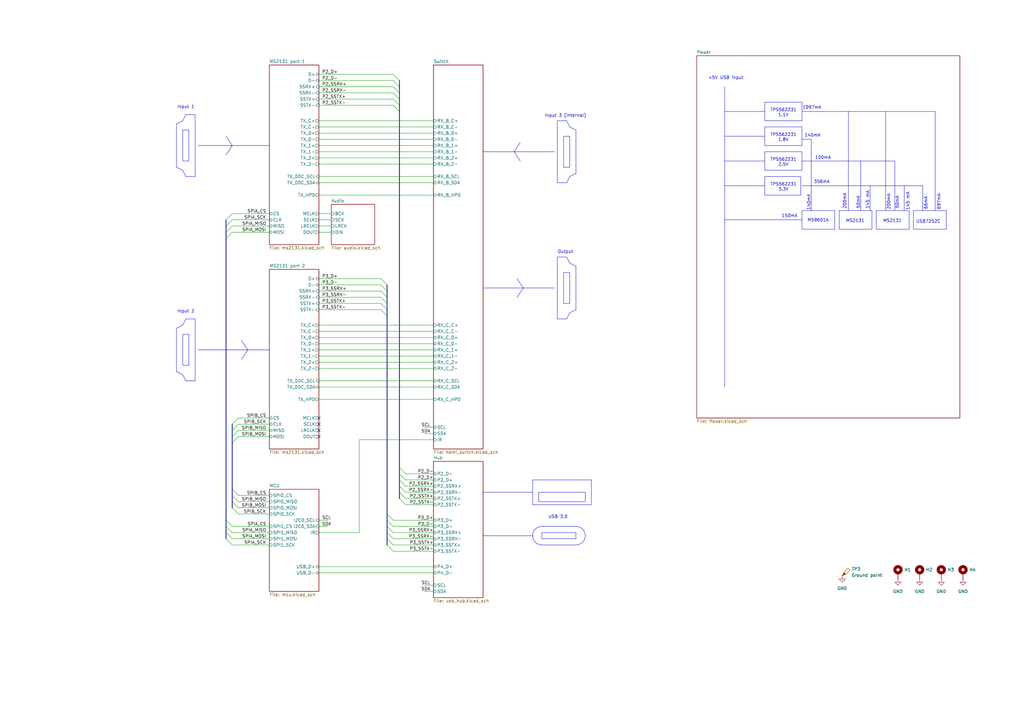
<source format=kicad_sch>
(kicad_sch
	(version 20250114)
	(generator "eeschema")
	(generator_version "9.0")
	(uuid "c6f79e8c-7ba3-4772-86ed-d901d16f273a")
	(paper "A3")
	(lib_symbols
		(symbol "Connector:TestPoint_Probe"
			(pin_numbers
				(hide yes)
			)
			(pin_names
				(offset 0.762)
				(hide yes)
			)
			(exclude_from_sim no)
			(in_bom yes)
			(on_board yes)
			(property "Reference" "TP"
				(at 1.651 5.842 0)
				(effects
					(font
						(size 1.27 1.27)
					)
				)
			)
			(property "Value" "TestPoint_Probe"
				(at 1.651 4.064 0)
				(effects
					(font
						(size 1.27 1.27)
					)
				)
			)
			(property "Footprint" ""
				(at 5.08 0 0)
				(effects
					(font
						(size 1.27 1.27)
					)
					(hide yes)
				)
			)
			(property "Datasheet" "~"
				(at 5.08 0 0)
				(effects
					(font
						(size 1.27 1.27)
					)
					(hide yes)
				)
			)
			(property "Description" "test point (alternative probe-style design)"
				(at 0 0 0)
				(effects
					(font
						(size 1.27 1.27)
					)
					(hide yes)
				)
			)
			(property "ki_keywords" "test point tp"
				(at 0 0 0)
				(effects
					(font
						(size 1.27 1.27)
					)
					(hide yes)
				)
			)
			(property "ki_fp_filters" "Pin* Test*"
				(at 0 0 0)
				(effects
					(font
						(size 1.27 1.27)
					)
					(hide yes)
				)
			)
			(symbol "TestPoint_Probe_0_1"
				(polyline
					(pts
						(xy 1.27 0.762) (xy 0 0) (xy 0.762 1.27) (xy 1.27 0.762)
					)
					(stroke
						(width 0)
						(type default)
					)
					(fill
						(type outline)
					)
				)
				(polyline
					(pts
						(xy 1.397 0.635) (xy 0.635 1.397) (xy 2.413 3.175) (xy 3.175 2.413) (xy 1.397 0.635)
					)
					(stroke
						(width 0)
						(type default)
					)
					(fill
						(type background)
					)
				)
			)
			(symbol "TestPoint_Probe_1_1"
				(pin passive line
					(at 0 0 90)
					(length 0)
					(name "1"
						(effects
							(font
								(size 1.27 1.27)
							)
						)
					)
					(number "1"
						(effects
							(font
								(size 1.27 1.27)
							)
						)
					)
				)
			)
			(embedded_fonts no)
		)
		(symbol "Mechanical:MountingHole_Pad"
			(pin_numbers
				(hide yes)
			)
			(pin_names
				(offset 1.016)
				(hide yes)
			)
			(exclude_from_sim yes)
			(in_bom no)
			(on_board yes)
			(property "Reference" "H"
				(at 0 6.35 0)
				(effects
					(font
						(size 1.27 1.27)
					)
				)
			)
			(property "Value" "MountingHole_Pad"
				(at 0 4.445 0)
				(effects
					(font
						(size 1.27 1.27)
					)
				)
			)
			(property "Footprint" ""
				(at 0 0 0)
				(effects
					(font
						(size 1.27 1.27)
					)
					(hide yes)
				)
			)
			(property "Datasheet" "~"
				(at 0 0 0)
				(effects
					(font
						(size 1.27 1.27)
					)
					(hide yes)
				)
			)
			(property "Description" "Mounting Hole with connection"
				(at 0 0 0)
				(effects
					(font
						(size 1.27 1.27)
					)
					(hide yes)
				)
			)
			(property "ki_keywords" "mounting hole"
				(at 0 0 0)
				(effects
					(font
						(size 1.27 1.27)
					)
					(hide yes)
				)
			)
			(property "ki_fp_filters" "MountingHole*Pad*"
				(at 0 0 0)
				(effects
					(font
						(size 1.27 1.27)
					)
					(hide yes)
				)
			)
			(symbol "MountingHole_Pad_0_1"
				(circle
					(center 0 1.27)
					(radius 1.27)
					(stroke
						(width 1.27)
						(type default)
					)
					(fill
						(type none)
					)
				)
			)
			(symbol "MountingHole_Pad_1_1"
				(pin input line
					(at 0 -2.54 90)
					(length 2.54)
					(name "1"
						(effects
							(font
								(size 1.27 1.27)
							)
						)
					)
					(number "1"
						(effects
							(font
								(size 1.27 1.27)
							)
						)
					)
				)
			)
			(embedded_fonts no)
		)
		(symbol "power:GND"
			(power)
			(pin_names
				(offset 0)
			)
			(exclude_from_sim no)
			(in_bom yes)
			(on_board yes)
			(property "Reference" "#PWR"
				(at 0 -6.35 0)
				(effects
					(font
						(size 1.27 1.27)
					)
					(hide yes)
				)
			)
			(property "Value" "GND"
				(at 0 -3.81 0)
				(effects
					(font
						(size 1.27 1.27)
					)
				)
			)
			(property "Footprint" ""
				(at 0 0 0)
				(effects
					(font
						(size 1.27 1.27)
					)
					(hide yes)
				)
			)
			(property "Datasheet" ""
				(at 0 0 0)
				(effects
					(font
						(size 1.27 1.27)
					)
					(hide yes)
				)
			)
			(property "Description" "Power symbol creates a global label with name \"GND\" , ground"
				(at 0 0 0)
				(effects
					(font
						(size 1.27 1.27)
					)
					(hide yes)
				)
			)
			(property "ki_keywords" "power-flag"
				(at 0 0 0)
				(effects
					(font
						(size 1.27 1.27)
					)
					(hide yes)
				)
			)
			(symbol "GND_0_1"
				(polyline
					(pts
						(xy 0 0) (xy 0 -1.27) (xy 1.27 -1.27) (xy 0 -2.54) (xy -1.27 -1.27) (xy 0 -1.27)
					)
					(stroke
						(width 0)
						(type default)
					)
					(fill
						(type none)
					)
				)
			)
			(symbol "GND_1_1"
				(pin power_in line
					(at 0 0 270)
					(length 0)
					(hide yes)
					(name "GND"
						(effects
							(font
								(size 1.27 1.27)
							)
						)
					)
					(number "1"
						(effects
							(font
								(size 1.27 1.27)
							)
						)
					)
				)
			)
			(embedded_fonts no)
		)
	)
	(arc
		(start 222.25 223.52)
		(mid 219.5559 222.4041)
		(end 218.44 219.71)
		(stroke
			(width 0)
			(type default)
		)
		(fill
			(type none)
		)
		(uuid 0fc3f505-3a15-4934-9261-15b8f6650c00)
	)
	(rectangle
		(start 374.65 86.36)
		(end 388.112 93.98)
		(stroke
			(width 0)
			(type default)
		)
		(fill
			(type none)
		)
		(uuid 121b8e0f-f72f-4d84-8bc6-49fa8f2b33cf)
	)
	(arc
		(start 240.03 219.71)
		(mid 238.9141 222.4041)
		(end 236.22 223.52)
		(stroke
			(width 0)
			(type default)
		)
		(fill
			(type none)
		)
		(uuid 1a4e7858-ac22-4b6e-a3b2-880812fa571b)
	)
	(rectangle
		(start 313.69 52.07)
		(end 328.93 59.69)
		(stroke
			(width 0)
			(type default)
		)
		(fill
			(type none)
		)
		(uuid 2ba0398e-bb55-4cee-a8f3-b4207f86f519)
	)
	(rectangle
		(start 313.69 62.23)
		(end 328.93 69.85)
		(stroke
			(width 0)
			(type default)
		)
		(fill
			(type none)
		)
		(uuid 316a2df8-7dc2-4dea-a6e6-d4b826a753f8)
	)
	(rectangle
		(start 328.93 86.36)
		(end 342.392 93.98)
		(stroke
			(width 0)
			(type default)
		)
		(fill
			(type none)
		)
		(uuid 40527d5e-d16c-4377-8cf6-4761734efa2a)
	)
	(rectangle
		(start 74.93 137.16)
		(end 77.47 149.86)
		(stroke
			(width 0)
			(type solid)
		)
		(fill
			(type color)
			(color 0 0 0 0)
		)
		(uuid 455be543-2f82-45d1-8dfe-2fdd98e1c577)
	)
	(rectangle
		(start 344.17 86.36)
		(end 357.632 93.98)
		(stroke
			(width 0)
			(type default)
		)
		(fill
			(type none)
		)
		(uuid 4b0d33a6-a0f4-433f-ad5d-06944f88a0de)
	)
	(rectangle
		(start 220.98 201.93)
		(end 240.03 205.74)
		(stroke
			(width 0)
			(type solid)
		)
		(fill
			(type color)
			(color 0 0 0 0)
		)
		(uuid 559f8787-a9ed-4b22-8152-2a9ae639ee94)
	)
	(arc
		(start 236.22 215.9)
		(mid 238.9141 217.0159)
		(end 240.03 219.71)
		(stroke
			(width 0)
			(type default)
		)
		(fill
			(type none)
		)
		(uuid 59b51d54-c2c6-42ef-ac25-9d06e4ac1252)
	)
	(rectangle
		(start 233.68 124.46)
		(end 231.14 111.76)
		(stroke
			(width 0)
			(type solid)
		)
		(fill
			(type color)
			(color 0 0 0 0)
		)
		(uuid 6012b9c2-77ed-49df-934c-9cd9c631c82e)
	)
	(rectangle
		(start 74.93 53.34)
		(end 77.47 66.04)
		(stroke
			(width 0)
			(type solid)
		)
		(fill
			(type color)
			(color 0 0 0 0)
		)
		(uuid 73c62fe9-efed-4475-90c4-38d3d45a00ee)
	)
	(rectangle
		(start 359.41 86.36)
		(end 372.872 93.98)
		(stroke
			(width 0)
			(type default)
		)
		(fill
			(type none)
		)
		(uuid 7964a48b-1150-4bdf-82dc-10a7fa4f9479)
	)
	(arc
		(start 218.44 219.71)
		(mid 219.5559 217.0159)
		(end 222.25 215.9)
		(stroke
			(width 0)
			(type default)
		)
		(fill
			(type none)
		)
		(uuid 94fb4e66-2b0a-4a1f-9a11-bf87611fca91)
	)
	(rectangle
		(start 313.69 72.39)
		(end 328.422 80.01)
		(stroke
			(width 0)
			(type default)
		)
		(fill
			(type none)
		)
		(uuid a59fcfb8-3816-4ed1-9a2e-73cd640612f4)
	)
	(rectangle
		(start 313.69 41.91)
		(end 328.93 49.53)
		(stroke
			(width 0)
			(type default)
		)
		(fill
			(type none)
		)
		(uuid be80a425-59be-46df-8324-861bfdf78091)
	)
	(rectangle
		(start 233.68 68.58)
		(end 231.14 55.88)
		(stroke
			(width 0)
			(type solid)
		)
		(fill
			(type color)
			(color 0 0 0 0)
		)
		(uuid c29f1f50-2048-4478-a45c-534336ac8eef)
	)
	(rectangle
		(start 222.25 218.44)
		(end 236.22 220.98)
		(stroke
			(width 0)
			(type solid)
		)
		(fill
			(type color)
			(color 0 0 0 0)
		)
		(uuid cbddbaf6-26a4-4967-b140-0a4e4ef744a1)
	)
	(rectangle
		(start 218.44 196.85)
		(end 242.57 207.01)
		(stroke
			(width 0)
			(type default)
		)
		(fill
			(type none)
		)
		(uuid d7ee7dec-2240-458f-b5c7-59d97fd000a8)
	)
	(text "140mA"
		(exclude_from_sim no)
		(at 333.248 55.626 0)
		(effects
			(font
				(size 1.27 1.27)
			)
		)
		(uuid "12ff66f2-2e1b-48f8-9599-9df52f761908")
	)
	(text "MS9601A"
		(exclude_from_sim no)
		(at 335.534 90.424 0)
		(effects
			(font
				(size 1.27 1.27)
			)
		)
		(uuid "15991c42-7674-4dda-8529-9bb3a13e0981")
	)
	(text "140mA"
		(exclude_from_sim no)
		(at 331.724 83.058 90)
		(effects
			(font
				(size 1.27 1.27)
			)
		)
		(uuid "16021671-8bc2-43cc-824b-3cd6fe213ff1")
	)
	(text "66mA"
		(exclude_from_sim no)
		(at 379.73 83.312 90)
		(effects
			(font
				(size 1.27 1.27)
			)
		)
		(uuid "1c847d27-0fca-4257-87c6-f89d65f2ce90")
	)
	(text "145 mA"
		(exclude_from_sim no)
		(at 372.364 82.55 90)
		(effects
			(font
				(size 1.27 1.27)
			)
		)
		(uuid "24188af7-d757-404f-a47b-015d6cd56473")
	)
	(text "100mA"
		(exclude_from_sim no)
		(at 337.566 64.77 0)
		(effects
			(font
				(size 1.27 1.27)
			)
		)
		(uuid "34012829-adfa-4bea-894b-6951f87bb00c")
	)
	(text "356mA"
		(exclude_from_sim no)
		(at 337.058 74.676 0)
		(effects
			(font
				(size 1.27 1.27)
			)
		)
		(uuid "39c72a9f-6817-48d5-b8a4-a24ed113674d")
	)
	(text "TPS562231\n1.8V"
		(exclude_from_sim no)
		(at 321.31 56.388 0)
		(effects
			(font
				(size 1.27 1.27)
			)
		)
		(uuid "47ce36bd-46a6-4c13-8b0b-a64fe7cd6274")
	)
	(text "200mA"
		(exclude_from_sim no)
		(at 346.456 82.55 90)
		(effects
			(font
				(size 1.27 1.27)
			)
		)
		(uuid "4b33c5d5-baf0-41d3-be10-fddeec4cff3c")
	)
	(text "TPS562231\n3.3V"
		(exclude_from_sim no)
		(at 321.31 76.708 0)
		(effects
			(font
				(size 1.27 1.27)
			)
		)
		(uuid "4e45ef6d-83f9-4472-9d6f-268485f06d65")
	)
	(text "Input 3 (internal)"
		(exclude_from_sim no)
		(at 231.902 47.498 0)
		(effects
			(font
				(size 1.27 1.27)
			)
		)
		(uuid "55642281-285c-4506-af38-d9a91b38e5b1")
	)
	(text "USB 3.0"
		(exclude_from_sim no)
		(at 228.854 212.09 0)
		(effects
			(font
				(size 1.27 1.27)
			)
		)
		(uuid "5a67e9df-7671-487f-85d5-09edd13a9b7a")
	)
	(text "USB7252C"
		(exclude_from_sim no)
		(at 380.746 90.932 0)
		(effects
			(font
				(size 1.27 1.27)
			)
		)
		(uuid "5d9e6c24-ebe5-4a37-ab2b-347aeb4138b2")
	)
	(text "150mA"
		(exclude_from_sim no)
		(at 323.85 88.646 0)
		(effects
			(font
				(size 1.27 1.27)
			)
		)
		(uuid "60ff1149-1d28-44aa-adfe-fb868ee0826e")
	)
	(text "Output"
		(exclude_from_sim no)
		(at 231.902 103.378 0)
		(effects
			(font
				(size 1.27 1.27)
			)
		)
		(uuid "6325ee13-fa5c-40f5-92e0-89c84e32ae25")
	)
	(text "145 mA"
		(exclude_from_sim no)
		(at 355.854 82.042 90)
		(effects
			(font
				(size 1.27 1.27)
			)
		)
		(uuid "69b67404-e83a-4aea-b2f0-6d676893be6b")
	)
	(text "Input 1"
		(exclude_from_sim no)
		(at 76.2 43.942 0)
		(effects
			(font
				(size 1.27 1.27)
			)
		)
		(uuid "6d4401ba-7f5f-46ad-8f9d-9c92a0067f71")
	)
	(text "+5V USB input"
		(exclude_from_sim no)
		(at 297.688 32.004 0)
		(effects
			(font
				(size 1.27 1.27)
			)
		)
		(uuid "7047cd5e-a231-4648-bcc6-17c07ff92917")
	)
	(text "697mA"
		(exclude_from_sim no)
		(at 385.064 82.804 90)
		(effects
			(font
				(size 1.27 1.27)
			)
		)
		(uuid "7daaa713-b09b-4f13-a4e1-129965c1b685")
	)
	(text "MS2131"
		(exclude_from_sim no)
		(at 366.014 90.678 0)
		(effects
			(font
				(size 1.27 1.27)
			)
		)
		(uuid "7fa7a546-d786-4af1-97fd-fc812a8f2c24")
	)
	(text "50mA"
		(exclude_from_sim no)
		(at 352.044 83.058 90)
		(effects
			(font
				(size 1.27 1.27)
			)
		)
		(uuid "81002e88-1d0d-4cdf-aca2-f3feb7f29576")
	)
	(text "MS2131"
		(exclude_from_sim no)
		(at 350.774 90.678 0)
		(effects
			(font
				(size 1.27 1.27)
			)
		)
		(uuid "adb8c35c-8708-461c-87ae-a73ae24547d3")
	)
	(text "TPS562231\n2.5V"
		(exclude_from_sim no)
		(at 321.31 66.548 0)
		(effects
			(font
				(size 1.27 1.27)
			)
		)
		(uuid "b32ae3a5-82f7-45f0-8480-0ad40239faf3")
	)
	(text "1097mA"
		(exclude_from_sim no)
		(at 332.994 44.196 0)
		(effects
			(font
				(size 1.27 1.27)
			)
		)
		(uuid "b3de4506-83c0-45fd-b573-57f85460e9e9")
	)
	(text "200mA"
		(exclude_from_sim no)
		(at 364.49 82.804 90)
		(effects
			(font
				(size 1.27 1.27)
			)
		)
		(uuid "bcb4e7f1-a7cc-4e11-b24a-55b2e2d66e53")
	)
	(text "Input 2"
		(exclude_from_sim no)
		(at 76.2 127.762 0)
		(effects
			(font
				(size 1.27 1.27)
			)
		)
		(uuid "c5163535-f5b5-4a3d-b2e3-0d44b6c1b6cc")
	)
	(text "50mA"
		(exclude_from_sim no)
		(at 368.046 83.058 90)
		(effects
			(font
				(size 1.27 1.27)
			)
		)
		(uuid "eaa1571d-4e5e-40e6-b0c3-1113bd8ede62")
	)
	(text "TPS562231\n1.1V"
		(exclude_from_sim no)
		(at 321.31 46.228 0)
		(effects
			(font
				(size 1.27 1.27)
			)
		)
		(uuid "f25ff325-e1ab-4686-b734-fa767c09314b")
	)
	(no_connect
		(at 130.81 171.45)
		(uuid "0be25719-0c6d-45bd-b72f-8909397d0dc2")
	)
	(no_connect
		(at 130.81 179.07)
		(uuid "15556eec-c970-445c-82e7-dbdfb32a306d")
	)
	(no_connect
		(at 130.81 176.53)
		(uuid "4bd4679e-945e-4c6a-83b3-5aeb3c654f9a")
	)
	(no_connect
		(at 130.81 173.99)
		(uuid "ab1e16f8-0bba-4251-bc73-16a72eec1c08")
	)
	(bus_entry
		(at 166.37 196.85)
		(size -2.54 -2.54)
		(stroke
			(width 0)
			(type default)
		)
		(uuid "07d1eaab-1fc5-4ce1-9b79-8d6612233d66")
	)
	(bus_entry
		(at 161.29 33.02)
		(size 2.54 2.54)
		(stroke
			(width 0)
			(type default)
		)
		(uuid "12168894-00b5-469c-8a68-89f7a1ee5ab9")
	)
	(bus_entry
		(at 166.37 204.47)
		(size -2.54 -2.54)
		(stroke
			(width 0)
			(type default)
		)
		(uuid "191dcc96-6aaa-4ab4-84d4-00cc545f13f3")
	)
	(bus_entry
		(at 95.25 223.52)
		(size -2.54 -2.54)
		(stroke
			(width 0)
			(type default)
		)
		(uuid "20cdc042-97f4-450c-9c4f-58582a33fd8c")
	)
	(bus_entry
		(at 161.29 40.64)
		(size 2.54 2.54)
		(stroke
			(width 0)
			(type default)
		)
		(uuid "2b1bc510-c8be-4c43-80ac-c6ce29e93b4d")
	)
	(bus_entry
		(at 156.21 124.46)
		(size 2.54 2.54)
		(stroke
			(width 0)
			(type default)
		)
		(uuid "2c6d9ea0-6e96-442b-9969-1c925fed2b98")
	)
	(bus_entry
		(at 166.37 194.31)
		(size -2.54 -2.54)
		(stroke
			(width 0)
			(type default)
		)
		(uuid "2f351d33-2611-4aa3-96bc-ddbf76ad451e")
	)
	(bus_entry
		(at 161.29 43.18)
		(size 2.54 2.54)
		(stroke
			(width 0)
			(type default)
		)
		(uuid "309388f3-e4c0-407d-8321-7e16a275a017")
	)
	(bus_entry
		(at 161.29 220.98)
		(size -2.54 -2.54)
		(stroke
			(width 0)
			(type default)
		)
		(uuid "35a6851f-f24d-42cf-98ad-3d9f044effe4")
	)
	(bus_entry
		(at 166.37 207.01)
		(size -2.54 -2.54)
		(stroke
			(width 0)
			(type default)
		)
		(uuid "3f95027b-5e6c-44c8-9ddb-9ec01b77e440")
	)
	(bus_entry
		(at 156.21 119.38)
		(size 2.54 2.54)
		(stroke
			(width 0)
			(type default)
		)
		(uuid "410990ca-3812-477e-bcb2-71be1901e23d")
	)
	(bus_entry
		(at 161.29 215.9)
		(size -2.54 -2.54)
		(stroke
			(width 0)
			(type default)
		)
		(uuid "431a352c-7edc-4185-a883-bf4bbcf41ce6")
	)
	(bus_entry
		(at 156.21 114.3)
		(size 2.54 2.54)
		(stroke
			(width 0)
			(type default)
		)
		(uuid "43c0083b-beac-4786-8a74-4ad186f50f48")
	)
	(bus_entry
		(at 97.79 171.45)
		(size -2.54 2.54)
		(stroke
			(width 0)
			(type default)
		)
		(uuid "45f0909d-bc40-4b3e-9172-0cfdd45fe030")
	)
	(bus_entry
		(at 95.25 90.17)
		(size -2.54 2.54)
		(stroke
			(width 0)
			(type default)
		)
		(uuid "4bdbdeef-de2e-486f-a6ca-27a7e25c8f43")
	)
	(bus_entry
		(at 161.29 226.06)
		(size -2.54 -2.54)
		(stroke
			(width 0)
			(type default)
		)
		(uuid "585eef48-a7ec-4ba3-a32a-eebe8304c8d5")
	)
	(bus_entry
		(at 95.25 218.44)
		(size -2.54 -2.54)
		(stroke
			(width 0)
			(type default)
		)
		(uuid "5b6a27ce-15df-43df-b94a-be634025d581")
	)
	(bus_entry
		(at 95.25 92.71)
		(size -2.54 2.54)
		(stroke
			(width 0)
			(type default)
		)
		(uuid "5ebe7c80-300a-4cb7-8104-ae1ecaf79dc0")
	)
	(bus_entry
		(at 97.79 176.53)
		(size -2.54 2.54)
		(stroke
			(width 0)
			(type default)
		)
		(uuid "644c10c3-8515-4607-90e0-674e70cf85f5")
	)
	(bus_entry
		(at 156.21 127)
		(size 2.54 2.54)
		(stroke
			(width 0)
			(type default)
		)
		(uuid "69bc1cc8-066e-4f9f-ab65-90dfaabf3d65")
	)
	(bus_entry
		(at 161.29 213.36)
		(size -2.54 -2.54)
		(stroke
			(width 0)
			(type default)
		)
		(uuid "775de436-c479-48ee-828e-731a7128bd7d")
	)
	(bus_entry
		(at 161.29 30.48)
		(size 2.54 2.54)
		(stroke
			(width 0)
			(type default)
		)
		(uuid "9bbd8098-794d-4bd4-9223-8349730e383b")
	)
	(bus_entry
		(at 97.79 179.07)
		(size -2.54 2.54)
		(stroke
			(width 0)
			(type default)
		)
		(uuid "a0d1528e-e932-475e-af84-81af331fc026")
	)
	(bus_entry
		(at 156.21 121.92)
		(size 2.54 2.54)
		(stroke
			(width 0)
			(type default)
		)
		(uuid "a20e1955-38f1-413b-99c3-bb0176dd57ba")
	)
	(bus_entry
		(at 156.21 116.84)
		(size 2.54 2.54)
		(stroke
			(width 0)
			(type default)
		)
		(uuid "a61b8d7f-e1df-4c25-aa4e-e5fc4c7f10e4")
	)
	(bus_entry
		(at 161.29 223.52)
		(size -2.54 -2.54)
		(stroke
			(width 0)
			(type default)
		)
		(uuid "b5e4d69b-af88-4780-8588-858bb451d8d1")
	)
	(bus_entry
		(at 97.79 205.74)
		(size -2.54 -2.54)
		(stroke
			(width 0)
			(type default)
		)
		(uuid "b9972a6c-5ddd-4f75-98ca-d1499e1716c8")
	)
	(bus_entry
		(at 161.29 218.44)
		(size -2.54 -2.54)
		(stroke
			(width 0)
			(type default)
		)
		(uuid "cd3bb3f3-08fd-45f1-b61e-cbc64d056e87")
	)
	(bus_entry
		(at 97.79 210.82)
		(size -2.54 -2.54)
		(stroke
			(width 0)
			(type default)
		)
		(uuid "ce1bf404-079a-48e5-98a4-d84feed4b500")
	)
	(bus_entry
		(at 97.79 203.2)
		(size -2.54 -2.54)
		(stroke
			(width 0)
			(type default)
		)
		(uuid "cf3d86c0-53dd-4c2a-b177-f9b48be4ae2b")
	)
	(bus_entry
		(at 166.37 201.93)
		(size -2.54 -2.54)
		(stroke
			(width 0)
			(type default)
		)
		(uuid "cf49df95-f12f-43e9-9bd8-561d74ea0618")
	)
	(bus_entry
		(at 95.25 87.63)
		(size -2.54 2.54)
		(stroke
			(width 0)
			(type default)
		)
		(uuid "d09699be-c6eb-4f54-abc3-f478fd2efdcd")
	)
	(bus_entry
		(at 97.79 208.28)
		(size -2.54 -2.54)
		(stroke
			(width 0)
			(type default)
		)
		(uuid "d4223678-1027-4c0c-868f-52374d7b5fdd")
	)
	(bus_entry
		(at 166.37 199.39)
		(size -2.54 -2.54)
		(stroke
			(width 0)
			(type default)
		)
		(uuid "d4559bac-889e-4da5-9916-1071921cca9c")
	)
	(bus_entry
		(at 95.25 215.9)
		(size -2.54 -2.54)
		(stroke
			(width 0)
			(type default)
		)
		(uuid "d6a4fd8b-17ae-4e9c-a570-e2ba28ad4448")
	)
	(bus_entry
		(at 95.25 220.98)
		(size -2.54 -2.54)
		(stroke
			(width 0)
			(type default)
		)
		(uuid "d98625a0-8b38-497a-9cad-41044c0614f9")
	)
	(bus_entry
		(at 161.29 38.1)
		(size 2.54 2.54)
		(stroke
			(width 0)
			(type default)
		)
		(uuid "e02d886e-dcb0-4012-b565-f04e9d2ccd1d")
	)
	(bus_entry
		(at 161.29 35.56)
		(size 2.54 2.54)
		(stroke
			(width 0)
			(type default)
		)
		(uuid "e49bef21-1750-4c16-a5a3-ba3378759ea7")
	)
	(bus_entry
		(at 95.25 95.25)
		(size -2.54 2.54)
		(stroke
			(width 0)
			(type default)
		)
		(uuid "efd8132d-3f73-49d2-9d18-e23aa23718d4")
	)
	(bus_entry
		(at 97.79 173.99)
		(size -2.54 2.54)
		(stroke
			(width 0)
			(type default)
		)
		(uuid "f3658685-1600-49d5-8a1f-9fe2b3d54e6c")
	)
	(polyline
		(pts
			(xy 236.22 71.12) (xy 236.22 53.34)
		)
		(stroke
			(width 0)
			(type default)
		)
		(uuid "0009331c-e51f-4433-befa-6a177b9cb812")
	)
	(wire
		(pts
			(xy 130.81 72.39) (xy 177.8 72.39)
		)
		(stroke
			(width 0)
			(type default)
		)
		(uuid "002500a1-8da9-4f9f-9890-62dec65af0ff")
	)
	(polyline
		(pts
			(xy 297.18 35.56) (xy 297.18 158.75)
		)
		(stroke
			(width 0)
			(type default)
		)
		(uuid "0105bb6a-87cd-4668-b188-9ef32513c299")
	)
	(polyline
		(pts
			(xy 76.2 46.99) (xy 74.93 49.53)
		)
		(stroke
			(width 0)
			(type default)
		)
		(uuid "0124619e-7cfd-4cff-9200-072710125767")
	)
	(polyline
		(pts
			(xy 353.06 66.04) (xy 353.06 86.36)
		)
		(stroke
			(width 0)
			(type default)
		)
		(uuid "029122c5-0b41-41fd-9a44-2baaa83ef9ab")
	)
	(bus
		(pts
			(xy 92.71 218.44) (xy 92.71 215.9)
		)
		(stroke
			(width 0)
			(type default)
		)
		(uuid "038fe75a-bc59-4268-89f2-af10835181e2")
	)
	(wire
		(pts
			(xy 161.29 33.02) (xy 130.81 33.02)
		)
		(stroke
			(width 0)
			(type default)
		)
		(uuid "05703fef-72ac-4b5f-b057-300af5b55185")
	)
	(polyline
		(pts
			(xy 72.39 50.8) (xy 72.39 68.58)
		)
		(stroke
			(width 0)
			(type default)
		)
		(uuid "0629e8ce-b60f-41af-986b-ee46467ae6cc")
	)
	(bus
		(pts
			(xy 92.71 215.9) (xy 92.71 213.36)
		)
		(stroke
			(width 0)
			(type default)
		)
		(uuid "06888474-d0f2-4b29-808a-86cb19fc236f")
	)
	(polyline
		(pts
			(xy 332.74 57.15) (xy 332.74 86.36)
		)
		(stroke
			(width 0)
			(type default)
		)
		(uuid "0717814c-0c00-4bac-8913-83af78f5c319")
	)
	(bus
		(pts
			(xy 158.75 121.92) (xy 158.75 124.46)
		)
		(stroke
			(width 0)
			(type default)
		)
		(uuid "07487490-832e-4462-84cc-11df5954c5ac")
	)
	(polyline
		(pts
			(xy 76.2 156.21) (xy 80.01 156.21)
		)
		(stroke
			(width 0)
			(type default)
		)
		(uuid "075f045e-94ad-46d1-bd4d-c12721fde848")
	)
	(wire
		(pts
			(xy 110.49 205.74) (xy 97.79 205.74)
		)
		(stroke
			(width 0)
			(type default)
		)
		(uuid "07f4ce77-1a2b-4d8a-8499-dfd9d02e2837")
	)
	(bus
		(pts
			(xy 163.83 45.72) (xy 163.83 191.77)
		)
		(stroke
			(width 0)
			(type default)
		)
		(uuid "08141890-a978-42be-a6ff-9c0661bb0eeb")
	)
	(wire
		(pts
			(xy 97.79 173.99) (xy 110.49 173.99)
		)
		(stroke
			(width 0)
			(type default)
		)
		(uuid "0bbd2267-b8bd-4729-8407-e927da310125")
	)
	(wire
		(pts
			(xy 130.81 124.46) (xy 156.21 124.46)
		)
		(stroke
			(width 0)
			(type default)
		)
		(uuid "0e3f5548-1244-4a34-b00f-16e3839bc751")
	)
	(polyline
		(pts
			(xy 233.68 72.39) (xy 236.22 71.12)
		)
		(stroke
			(width 0)
			(type default)
		)
		(uuid "0f85e93c-ee62-4afe-a9ca-dd27b10fa9cc")
	)
	(polyline
		(pts
			(xy 227.33 118.11) (xy 198.12 118.11)
		)
		(stroke
			(width 0)
			(type default)
		)
		(uuid "120007df-8e6f-4d48-9620-272dd9ca010a")
	)
	(polyline
		(pts
			(xy 80.01 72.39) (xy 80.01 46.99)
		)
		(stroke
			(width 0)
			(type default)
		)
		(uuid "1253ae94-4e7b-498e-b934-332f95c61e30")
	)
	(polyline
		(pts
			(xy 347.98 45.72) (xy 347.98 86.36)
		)
		(stroke
			(width 0)
			(type default)
		)
		(uuid "1556fc73-60d7-41fb-92dd-57847b1d5161")
	)
	(wire
		(pts
			(xy 130.81 59.69) (xy 177.8 59.69)
		)
		(stroke
			(width 0)
			(type default)
		)
		(uuid "15ff576c-6a07-4398-9fec-7dc268b57185")
	)
	(wire
		(pts
			(xy 110.49 203.2) (xy 97.79 203.2)
		)
		(stroke
			(width 0)
			(type default)
		)
		(uuid "18392011-40a8-4c91-8380-820d7b50bcd2")
	)
	(wire
		(pts
			(xy 177.8 240.03) (xy 173.99 240.03)
		)
		(stroke
			(width 0)
			(type default)
		)
		(uuid "1b1be694-6fb6-4488-94f7-2d6c18e77a00")
	)
	(bus
		(pts
			(xy 163.83 201.93) (xy 163.83 199.39)
		)
		(stroke
			(width 0)
			(type default)
		)
		(uuid "1b925afb-212d-4c2a-9715-d4f30531be66")
	)
	(polyline
		(pts
			(xy 228.6 49.53) (xy 228.6 74.93)
		)
		(stroke
			(width 0)
			(type default)
		)
		(uuid "1d251db5-97af-4b39-8263-94b566a30624")
	)
	(wire
		(pts
			(xy 130.81 163.83) (xy 177.8 163.83)
		)
		(stroke
			(width 0)
			(type default)
		)
		(uuid "2319064b-b653-4253-b126-b273ab1c421b")
	)
	(bus
		(pts
			(xy 92.71 97.79) (xy 92.71 213.36)
		)
		(stroke
			(width 0)
			(type default)
		)
		(uuid "25b8cbcc-0585-4aa4-947d-eaaf22985bdc")
	)
	(wire
		(pts
			(xy 161.29 30.48) (xy 130.81 30.48)
		)
		(stroke
			(width 0)
			(type default)
		)
		(uuid "26ce60b5-dead-4f75-af2e-6c81b15f3187")
	)
	(polyline
		(pts
			(xy 232.41 49.53) (xy 228.6 49.53)
		)
		(stroke
			(width 0)
			(type default)
		)
		(uuid "27368892-be71-4a5e-9872-b14a4258d722")
	)
	(polyline
		(pts
			(xy 236.22 127) (xy 236.22 109.22)
		)
		(stroke
			(width 0)
			(type default)
		)
		(uuid "276b5351-de23-4b33-a331-02255dbd65c4")
	)
	(polyline
		(pts
			(xy 297.18 76.2) (xy 313.69 76.2)
		)
		(stroke
			(width 0)
			(type default)
		)
		(uuid "277c6890-b6b4-4bda-94eb-5f09a45c5b06")
	)
	(wire
		(pts
			(xy 95.25 95.25) (xy 110.49 95.25)
		)
		(stroke
			(width 0)
			(type default)
		)
		(uuid "27f3495c-e073-4d0a-a510-7bc9e256c4ba")
	)
	(wire
		(pts
			(xy 161.29 43.18) (xy 130.81 43.18)
		)
		(stroke
			(width 0)
			(type default)
		)
		(uuid "291fa474-5fa5-4c1d-851e-0cfe1fa8741b")
	)
	(polyline
		(pts
			(xy 367.03 66.04) (xy 367.03 86.36)
		)
		(stroke
			(width 0)
			(type default)
		)
		(uuid "2a9559d7-772c-46d5-b83c-cef3e2d62d8e")
	)
	(polyline
		(pts
			(xy 370.84 76.2) (xy 378.46 76.2)
		)
		(stroke
			(width 0)
			(type default)
		)
		(uuid "2b887e93-b6fd-4274-b96b-b41d22af88c6")
	)
	(bus
		(pts
			(xy 158.75 213.36) (xy 158.75 215.9)
		)
		(stroke
			(width 0)
			(type default)
		)
		(uuid "2ba18abe-b8f2-4559-ba8e-d5855d719587")
	)
	(polyline
		(pts
			(xy 363.22 45.72) (xy 383.54 45.72)
		)
		(stroke
			(width 0)
			(type default)
		)
		(uuid "2fbe737d-4a59-407d-89f4-b36616fd6a17")
	)
	(polyline
		(pts
			(xy 76.2 130.81) (xy 74.93 133.35)
		)
		(stroke
			(width 0)
			(type default)
		)
		(uuid "34117b8a-8f94-4317-8617-f39da6cdf6fe")
	)
	(wire
		(pts
			(xy 110.49 208.28) (xy 97.79 208.28)
		)
		(stroke
			(width 0)
			(type default)
		)
		(uuid "346139ad-b384-4625-830f-c1d24ca4251c")
	)
	(wire
		(pts
			(xy 130.81 140.97) (xy 177.8 140.97)
		)
		(stroke
			(width 0)
			(type default)
		)
		(uuid "38839f70-c6bf-4554-b4c6-8fd864e8a53f")
	)
	(polyline
		(pts
			(xy 232.41 130.81) (xy 233.68 128.27)
		)
		(stroke
			(width 0)
			(type default)
		)
		(uuid "396807a9-1478-46c7-ab26-3f001ba80772")
	)
	(polyline
		(pts
			(xy 198.12 219.71) (xy 218.44 219.71)
		)
		(stroke
			(width 0)
			(type default)
		)
		(uuid "39cdc2ee-e580-42c9-8694-ebba415383a2")
	)
	(bus
		(pts
			(xy 92.71 92.71) (xy 92.71 95.25)
		)
		(stroke
			(width 0)
			(type default)
		)
		(uuid "3a04d97f-9933-4281-b4aa-3053cf1cf678")
	)
	(wire
		(pts
			(xy 130.81 54.61) (xy 177.8 54.61)
		)
		(stroke
			(width 0)
			(type default)
		)
		(uuid "3a891fbd-fc5e-4755-a3e9-6ef42901f440")
	)
	(wire
		(pts
			(xy 177.8 242.57) (xy 173.99 242.57)
		)
		(stroke
			(width 0)
			(type default)
		)
		(uuid "3f2dd056-0a75-4511-82b9-c24db7487029")
	)
	(wire
		(pts
			(xy 147.32 180.34) (xy 177.8 180.34)
		)
		(stroke
			(width 0)
			(type default)
		)
		(uuid "3f71c643-f5c6-4961-a5b3-bf342843be49")
	)
	(bus
		(pts
			(xy 158.75 220.98) (xy 158.75 223.52)
		)
		(stroke
			(width 0)
			(type default)
		)
		(uuid "42bb79f7-93db-4c83-93f3-a308a2449bd4")
	)
	(wire
		(pts
			(xy 130.81 52.07) (xy 177.8 52.07)
		)
		(stroke
			(width 0)
			(type default)
		)
		(uuid "43127aa1-f923-44d3-9cbf-14fda91af7c2")
	)
	(wire
		(pts
			(xy 130.81 49.53) (xy 177.8 49.53)
		)
		(stroke
			(width 0)
			(type default)
		)
		(uuid "472c30f2-c4f1-4a24-b1fe-d566e5c96f90")
	)
	(polyline
		(pts
			(xy 378.46 76.2) (xy 378.46 86.36)
		)
		(stroke
			(width 0)
			(type default)
		)
		(uuid "47cba5d7-e352-4b0f-94ab-44c29c126d20")
	)
	(wire
		(pts
			(xy 166.37 204.47) (xy 177.8 204.47)
		)
		(stroke
			(width 0)
			(type default)
		)
		(uuid "4a92ae63-23ec-411f-bfbb-072f972d00b7")
	)
	(polyline
		(pts
			(xy 236.22 109.22) (xy 233.68 107.95)
		)
		(stroke
			(width 0)
			(type default)
		)
		(uuid "4a9facef-aa95-4dee-9cd6-b855db408497")
	)
	(polyline
		(pts
			(xy 228.6 105.41) (xy 228.6 130.81)
		)
		(stroke
			(width 0)
			(type default)
		)
		(uuid "4b34b9e4-dea6-4741-b7ee-6bd5d5471d4c")
	)
	(wire
		(pts
			(xy 95.25 90.17) (xy 110.49 90.17)
		)
		(stroke
			(width 0)
			(type default)
		)
		(uuid "4b8fa848-c964-409e-84c3-6eb68409513f")
	)
	(polyline
		(pts
			(xy 92.71 55.88) (xy 95.25 59.69)
		)
		(stroke
			(width 0)
			(type default)
		)
		(uuid "4c0748c9-ba94-4c04-8014-481bf93a63e6")
	)
	(polyline
		(pts
			(xy 228.6 74.93) (xy 232.41 74.93)
		)
		(stroke
			(width 0)
			(type default)
		)
		(uuid "4f567357-6b6a-4cf7-ba17-f00f7d115d23")
	)
	(wire
		(pts
			(xy 177.8 218.44) (xy 161.29 218.44)
		)
		(stroke
			(width 0)
			(type default)
		)
		(uuid "5129c7e8-3bf6-4bb9-a7fb-74f9e724a9b6")
	)
	(wire
		(pts
			(xy 95.25 220.98) (xy 110.49 220.98)
		)
		(stroke
			(width 0)
			(type default)
		)
		(uuid "518dacb6-9779-40de-9c2b-ccfb39b06df7")
	)
	(wire
		(pts
			(xy 166.37 201.93) (xy 177.8 201.93)
		)
		(stroke
			(width 0)
			(type default)
		)
		(uuid "51cb9af5-effb-49b2-93da-e60b1b99dbfa")
	)
	(wire
		(pts
			(xy 166.37 207.01) (xy 177.8 207.01)
		)
		(stroke
			(width 0)
			(type default)
		)
		(uuid "534125a4-ab5c-4dbf-9dbe-a770a24da6ce")
	)
	(bus
		(pts
			(xy 158.75 129.54) (xy 158.75 210.82)
		)
		(stroke
			(width 0)
			(type default)
		)
		(uuid "566a1781-294c-4411-9127-8ee6d410a198")
	)
	(polyline
		(pts
			(xy 328.93 57.15) (xy 332.74 57.15)
		)
		(stroke
			(width 0)
			(type default)
		)
		(uuid "58054b72-e124-4d5f-9112-85acd4c7e42d")
	)
	(wire
		(pts
			(xy 95.25 87.63) (xy 110.49 87.63)
		)
		(stroke
			(width 0)
			(type default)
		)
		(uuid "58fc2ab1-229d-4714-bd04-266e38d40c30")
	)
	(wire
		(pts
			(xy 130.81 92.71) (xy 135.89 92.71)
		)
		(stroke
			(width 0)
			(type default)
		)
		(uuid "59873ff6-d87a-4fb0-9394-1d6fdee800ef")
	)
	(wire
		(pts
			(xy 130.81 90.17) (xy 135.89 90.17)
		)
		(stroke
			(width 0)
			(type default)
		)
		(uuid "5a3b619c-354e-41c0-b404-e9b621537fbe")
	)
	(polyline
		(pts
			(xy 328.93 76.2) (xy 356.87 76.2)
		)
		(stroke
			(width 0)
			(type default)
		)
		(uuid "5cbf75fd-42e3-4d5e-8621-d7bd70861bd9")
	)
	(polyline
		(pts
			(xy 99.06 139.7) (xy 101.6 143.51)
		)
		(stroke
			(width 0)
			(type default)
		)
		(uuid "60a4423a-db2d-474b-9039-efd0ae512563")
	)
	(bus
		(pts
			(xy 158.75 215.9) (xy 158.75 218.44)
		)
		(stroke
			(width 0)
			(type default)
		)
		(uuid "62f33ffa-611c-4bb0-8a85-664e47cd99ee")
	)
	(wire
		(pts
			(xy 130.81 146.05) (xy 177.8 146.05)
		)
		(stroke
			(width 0)
			(type default)
		)
		(uuid "6390de27-260d-4423-ac9c-b450554f1881")
	)
	(polyline
		(pts
			(xy 328.93 45.72) (xy 347.98 45.72)
		)
		(stroke
			(width 0)
			(type default)
		)
		(uuid "63ae932e-8663-41b3-b316-6753903ca523")
	)
	(wire
		(pts
			(xy 130.81 95.25) (xy 135.89 95.25)
		)
		(stroke
			(width 0)
			(type default)
		)
		(uuid "64693b59-7ec0-44ae-8b51-7e317eb94b5e")
	)
	(wire
		(pts
			(xy 177.8 223.52) (xy 161.29 223.52)
		)
		(stroke
			(width 0)
			(type default)
		)
		(uuid "64990375-5c0b-4db0-972b-13b1fb2a8d33")
	)
	(polyline
		(pts
			(xy 74.93 49.53) (xy 72.39 50.8)
		)
		(stroke
			(width 0)
			(type default)
		)
		(uuid "667a589e-b039-44e4-bd4d-4391f0b52cdb")
	)
	(wire
		(pts
			(xy 177.8 226.06) (xy 161.29 226.06)
		)
		(stroke
			(width 0)
			(type default)
		)
		(uuid "66fc9e64-d2bc-4e51-b5a7-db359bf0b3d3")
	)
	(wire
		(pts
			(xy 130.81 62.23) (xy 177.8 62.23)
		)
		(stroke
			(width 0)
			(type default)
		)
		(uuid "69b101bf-b84b-4fa4-9c24-796d798e2166")
	)
	(wire
		(pts
			(xy 97.79 179.07) (xy 110.49 179.07)
		)
		(stroke
			(width 0)
			(type default)
		)
		(uuid "69fc6219-1042-404c-bf94-daa2cb1c5693")
	)
	(bus
		(pts
			(xy 95.25 181.61) (xy 95.25 200.66)
		)
		(stroke
			(width 0)
			(type default)
		)
		(uuid "6d58722b-47fb-4cae-bd48-307107bacaba")
	)
	(wire
		(pts
			(xy 130.81 114.3) (xy 156.21 114.3)
		)
		(stroke
			(width 0)
			(type default)
		)
		(uuid "6e5f940b-fa72-4139-a7c3-aced4c79a177")
	)
	(polyline
		(pts
			(xy 198.12 201.93) (xy 218.44 201.93)
		)
		(stroke
			(width 0)
			(type default)
		)
		(uuid "728ce0d9-56f8-467f-ba6c-e67f5e565426")
	)
	(polyline
		(pts
			(xy 74.93 133.35) (xy 72.39 134.62)
		)
		(stroke
			(width 0)
			(type default)
		)
		(uuid "760a1d1d-bc46-403f-aeb7-203cfacfb7a8")
	)
	(polyline
		(pts
			(xy 76.2 72.39) (xy 80.01 72.39)
		)
		(stroke
			(width 0)
			(type default)
		)
		(uuid "76274614-0536-45fa-82f2-e119632cec77")
	)
	(polyline
		(pts
			(xy 233.68 107.95) (xy 232.41 105.41)
		)
		(stroke
			(width 0)
			(type default)
		)
		(uuid "77878d6f-a3f7-4412-a49d-856601ea957a")
	)
	(bus
		(pts
			(xy 163.83 199.39) (xy 163.83 196.85)
		)
		(stroke
			(width 0)
			(type default)
		)
		(uuid "7c39ec5f-e7b0-4f18-874a-0d18bb312c52")
	)
	(polyline
		(pts
			(xy 222.25 223.52) (xy 236.22 223.52)
		)
		(stroke
			(width 0)
			(type default)
		)
		(uuid "7d6e9084-decd-43f9-886e-b871ed93d539")
	)
	(bus
		(pts
			(xy 158.75 127) (xy 158.75 129.54)
		)
		(stroke
			(width 0)
			(type default)
		)
		(uuid "7fcacb88-ed20-4a5d-9c47-e6de84d49e35")
	)
	(wire
		(pts
			(xy 130.81 80.01) (xy 177.8 80.01)
		)
		(stroke
			(width 0)
			(type default)
		)
		(uuid "80e7eaf3-b805-4bc3-a221-45fe19904711")
	)
	(polyline
		(pts
			(xy 74.93 153.67) (xy 76.2 156.21)
		)
		(stroke
			(width 0)
			(type default)
		)
		(uuid "829a3151-850c-4a50-9658-188e600e369a")
	)
	(wire
		(pts
			(xy 177.8 213.36) (xy 161.29 213.36)
		)
		(stroke
			(width 0)
			(type default)
		)
		(uuid "82ac9a13-1809-4406-88e2-4d3589f6020f")
	)
	(wire
		(pts
			(xy 130.81 64.77) (xy 177.8 64.77)
		)
		(stroke
			(width 0)
			(type default)
		)
		(uuid "83c4d968-32e8-4862-aede-df51dbc64395")
	)
	(bus
		(pts
			(xy 163.83 194.31) (xy 163.83 191.77)
		)
		(stroke
			(width 0)
			(type default)
		)
		(uuid "887e6302-7b59-4024-b276-0a422e7f7963")
	)
	(polyline
		(pts
			(xy 383.54 45.72) (xy 383.54 86.36)
		)
		(stroke
			(width 0)
			(type default)
		)
		(uuid "8a311c2f-83da-4f76-a239-02fbed080d14")
	)
	(polyline
		(pts
			(xy 328.93 66.04) (xy 353.06 66.04)
		)
		(stroke
			(width 0)
			(type default)
		)
		(uuid "8da491bf-8589-412b-9393-1fcd41a8518d")
	)
	(polyline
		(pts
			(xy 232.41 105.41) (xy 228.6 105.41)
		)
		(stroke
			(width 0)
			(type default)
		)
		(uuid "8dc12806-0371-493b-b564-8c7181fea545")
	)
	(polyline
		(pts
			(xy 363.22 45.72) (xy 363.22 86.36)
		)
		(stroke
			(width 0)
			(type default)
		)
		(uuid "8e3028d4-fd0c-4ac7-ab17-96d09657b7b5")
	)
	(wire
		(pts
			(xy 130.81 135.89) (xy 177.8 135.89)
		)
		(stroke
			(width 0)
			(type default)
		)
		(uuid "8ea8eeae-ed5d-43d4-b54e-13f3cd896304")
	)
	(wire
		(pts
			(xy 95.25 215.9) (xy 110.49 215.9)
		)
		(stroke
			(width 0)
			(type default)
		)
		(uuid "90514ac1-dcf9-4e43-b523-fc4a77694e7e")
	)
	(wire
		(pts
			(xy 130.81 127) (xy 156.21 127)
		)
		(stroke
			(width 0)
			(type default)
		)
		(uuid "9197b9a3-35e3-4411-8f44-a2149ef460cc")
	)
	(wire
		(pts
			(xy 97.79 176.53) (xy 110.49 176.53)
		)
		(stroke
			(width 0)
			(type default)
		)
		(uuid "92264faa-c609-437e-9d49-0a3973530920")
	)
	(polyline
		(pts
			(xy 212.09 114.3) (xy 214.63 118.11)
		)
		(stroke
			(width 0)
			(type default)
		)
		(uuid "958da09d-d75a-45e2-917d-8b06c0969cd4")
	)
	(wire
		(pts
			(xy 130.81 215.9) (xy 134.62 215.9)
		)
		(stroke
			(width 0)
			(type default)
		)
		(uuid "96632924-7f5a-4fef-b5dc-6e5f79a3f10b")
	)
	(wire
		(pts
			(xy 147.32 218.44) (xy 147.32 180.34)
		)
		(stroke
			(width 0)
			(type default)
		)
		(uuid "97a2bcec-6c68-4b3e-8fde-88b5fc404a35")
	)
	(wire
		(pts
			(xy 130.81 138.43) (xy 177.8 138.43)
		)
		(stroke
			(width 0)
			(type default)
		)
		(uuid "98859ce2-7389-41b6-8860-67e785fbb581")
	)
	(bus
		(pts
			(xy 95.25 179.07) (xy 95.25 181.61)
		)
		(stroke
			(width 0)
			(type default)
		)
		(uuid "98b8d0e3-a08d-4a64-9ca8-cdb0d10f580e")
	)
	(bus
		(pts
			(xy 158.75 210.82) (xy 158.75 213.36)
		)
		(stroke
			(width 0)
			(type default)
		)
		(uuid "9a7eb961-fb43-41cc-9d46-2ff01cef0101")
	)
	(wire
		(pts
			(xy 177.8 215.9) (xy 161.29 215.9)
		)
		(stroke
			(width 0)
			(type default)
		)
		(uuid "9ac015ad-0772-4ffa-b43f-a61822a0f575")
	)
	(wire
		(pts
			(xy 95.25 223.52) (xy 110.49 223.52)
		)
		(stroke
			(width 0)
			(type default)
		)
		(uuid "9c08d32d-cf66-41a2-a215-1da70326d72c")
	)
	(wire
		(pts
			(xy 130.81 57.15) (xy 177.8 57.15)
		)
		(stroke
			(width 0)
			(type default)
		)
		(uuid "9c3db01e-b9b4-4394-96f3-69366bbd1a9f")
	)
	(polyline
		(pts
			(xy 356.87 76.2) (xy 370.84 76.2)
		)
		(stroke
			(width 0)
			(type default)
		)
		(uuid "9d13fba4-181a-44f7-83ed-2de057487ef3")
	)
	(polyline
		(pts
			(xy 80.01 130.81) (xy 76.2 130.81)
		)
		(stroke
			(width 0)
			(type default)
		)
		(uuid "9d477e2a-f081-4211-86c6-295e2853cc79")
	)
	(polyline
		(pts
			(xy 370.84 76.2) (xy 370.84 86.36)
		)
		(stroke
			(width 0)
			(type default)
		)
		(uuid "9d6bf417-d1b7-4b3d-b818-fe5ef00f5404")
	)
	(bus
		(pts
			(xy 158.75 116.84) (xy 158.75 119.38)
		)
		(stroke
			(width 0)
			(type default)
		)
		(uuid "9d9f201f-44cd-4e61-98fc-addf4c5679e8")
	)
	(bus
		(pts
			(xy 163.83 35.56) (xy 163.83 38.1)
		)
		(stroke
			(width 0)
			(type default)
		)
		(uuid "9f29af76-5fa2-4190-bdca-84e9625adf27")
	)
	(polyline
		(pts
			(xy 222.25 215.9) (xy 236.22 215.9)
		)
		(stroke
			(width 0)
			(type default)
		)
		(uuid "a37d9333-e733-4f6f-8094-d258aff5ee2b")
	)
	(wire
		(pts
			(xy 130.81 148.59) (xy 177.8 148.59)
		)
		(stroke
			(width 0)
			(type default)
		)
		(uuid "a390bfbb-9838-44a6-9e5a-b0ca1ed65f30")
	)
	(wire
		(pts
			(xy 130.81 156.21) (xy 177.8 156.21)
		)
		(stroke
			(width 0)
			(type default)
		)
		(uuid "a49d69b5-6d3d-447e-b08f-45dff34db2ea")
	)
	(wire
		(pts
			(xy 130.81 213.36) (xy 134.62 213.36)
		)
		(stroke
			(width 0)
			(type default)
		)
		(uuid "a4aca7dc-05df-441f-9de7-446f6db459a2")
	)
	(wire
		(pts
			(xy 130.81 158.75) (xy 177.8 158.75)
		)
		(stroke
			(width 0)
			(type default)
		)
		(uuid "a4f8c5a3-0e30-4e27-a1e8-a121dfb0bc91")
	)
	(bus
		(pts
			(xy 92.71 95.25) (xy 92.71 97.79)
		)
		(stroke
			(width 0)
			(type default)
		)
		(uuid "a7faaf8b-2e46-4c67-b766-11ef5e25203c")
	)
	(wire
		(pts
			(xy 166.37 194.31) (xy 177.8 194.31)
		)
		(stroke
			(width 0)
			(type default)
		)
		(uuid "a8376c7f-d804-4c4c-8369-4f695bcd5744")
	)
	(polyline
		(pts
			(xy 232.41 74.93) (xy 233.68 72.39)
		)
		(stroke
			(width 0)
			(type default)
		)
		(uuid "aa0260cb-ac73-490c-a00c-91b9da690e1b")
	)
	(polyline
		(pts
			(xy 210.82 62.23) (xy 213.36 58.42)
		)
		(stroke
			(width 0)
			(type default)
		)
		(uuid "ab9081b9-b0af-405e-96a7-448a08ac2a58")
	)
	(bus
		(pts
			(xy 95.25 200.66) (xy 95.25 203.2)
		)
		(stroke
			(width 0)
			(type default)
		)
		(uuid "abda5663-cdc5-422a-a72f-8b0000eb78c1")
	)
	(bus
		(pts
			(xy 95.25 203.2) (xy 95.25 205.74)
		)
		(stroke
			(width 0)
			(type default)
		)
		(uuid "acb59bdf-c42b-44fc-b581-9bb8869cab10")
	)
	(wire
		(pts
			(xy 177.8 175.26) (xy 173.99 175.26)
		)
		(stroke
			(width 0)
			(type default)
		)
		(uuid "af13653c-0f05-41fd-8077-b3b0f4234722")
	)
	(wire
		(pts
			(xy 130.81 67.31) (xy 177.8 67.31)
		)
		(stroke
			(width 0)
			(type default)
		)
		(uuid "af6bed1e-cb1b-4255-9ea7-dc5a43cf65b1")
	)
	(wire
		(pts
			(xy 130.81 218.44) (xy 147.32 218.44)
		)
		(stroke
			(width 0)
			(type default)
		)
		(uuid "b0a4d572-e63a-4013-b3e6-b0bf154295a8")
	)
	(bus
		(pts
			(xy 163.83 204.47) (xy 163.83 201.93)
		)
		(stroke
			(width 0)
			(type default)
		)
		(uuid "b257a0e4-6008-441f-b995-94ef7878572b")
	)
	(bus
		(pts
			(xy 158.75 119.38) (xy 158.75 121.92)
		)
		(stroke
			(width 0)
			(type default)
		)
		(uuid "b2bcb4ae-2e1c-4d92-9243-97b2681f4af2")
	)
	(polyline
		(pts
			(xy 72.39 152.4) (xy 74.93 153.67)
		)
		(stroke
			(width 0)
			(type default)
		)
		(uuid "bb9540e5-964d-4762-b5fe-8ac06d827428")
	)
	(bus
		(pts
			(xy 163.83 40.64) (xy 163.83 43.18)
		)
		(stroke
			(width 0)
			(type default)
		)
		(uuid "bcf39a38-8fe9-466e-8ab2-5e353a183deb")
	)
	(bus
		(pts
			(xy 95.25 205.74) (xy 95.25 208.28)
		)
		(stroke
			(width 0)
			(type default)
		)
		(uuid "bd65df94-cf83-43cb-b5e5-78d9e942c2e1")
	)
	(polyline
		(pts
			(xy 81.28 59.69) (xy 110.49 59.69)
		)
		(stroke
			(width 0)
			(type default)
		)
		(uuid "c0127551-eae0-4534-91e7-b554afbc8c5a")
	)
	(wire
		(pts
			(xy 95.25 218.44) (xy 110.49 218.44)
		)
		(stroke
			(width 0)
			(type default)
		)
		(uuid "c094258f-ce75-45f1-8777-184bb5aa26f8")
	)
	(bus
		(pts
			(xy 163.83 33.02) (xy 163.83 35.56)
		)
		(stroke
			(width 0)
			(type default)
		)
		(uuid "c0e01bb9-3d68-474d-8179-373294b2ce98")
	)
	(bus
		(pts
			(xy 95.25 176.53) (xy 95.25 179.07)
		)
		(stroke
			(width 0)
			(type default)
		)
		(uuid "c11976ee-8f90-4342-9a78-7d4e43771bae")
	)
	(wire
		(pts
			(xy 166.37 196.85) (xy 177.8 196.85)
		)
		(stroke
			(width 0)
			(type default)
		)
		(uuid "c31058f5-db22-4928-8b75-d761a761d1b1")
	)
	(polyline
		(pts
			(xy 236.22 53.34) (xy 233.68 52.07)
		)
		(stroke
			(width 0)
			(type default)
		)
		(uuid "c3293104-f6cd-4623-a92a-c81834cf4dcc")
	)
	(polyline
		(pts
			(xy 297.18 90.17) (xy 328.93 90.17)
		)
		(stroke
			(width 0)
			(type default)
		)
		(uuid "c471fc63-f6c7-4a0f-a9ae-66f6bfd77aeb")
	)
	(wire
		(pts
			(xy 130.81 121.92) (xy 156.21 121.92)
		)
		(stroke
			(width 0)
			(type default)
		)
		(uuid "c682e090-ac6e-41bc-874a-bb222aa906f4")
	)
	(polyline
		(pts
			(xy 353.06 66.04) (xy 367.03 66.04)
		)
		(stroke
			(width 0)
			(type default)
		)
		(uuid "c69b333d-60e1-44d7-bfa7-272de224f7f8")
	)
	(polyline
		(pts
			(xy 233.68 128.27) (xy 236.22 127)
		)
		(stroke
			(width 0)
			(type default)
		)
		(uuid "cb537fe3-b8df-495f-872b-2666a8110a4e")
	)
	(polyline
		(pts
			(xy 72.39 134.62) (xy 72.39 152.4)
		)
		(stroke
			(width 0)
			(type default)
		)
		(uuid "cb597dff-3937-4a23-8fb8-7698a8c794a3")
	)
	(polyline
		(pts
			(xy 228.6 130.81) (xy 232.41 130.81)
		)
		(stroke
			(width 0)
			(type default)
		)
		(uuid "cb63487b-c40e-4fbb-b407-32a2b8654bd8")
	)
	(polyline
		(pts
			(xy 233.68 52.07) (xy 232.41 49.53)
		)
		(stroke
			(width 0)
			(type default)
		)
		(uuid "ccdb2013-6d80-4562-a0df-a19c4f92d20d")
	)
	(polyline
		(pts
			(xy 80.01 46.99) (xy 76.2 46.99)
		)
		(stroke
			(width 0)
			(type default)
		)
		(uuid "cdb31d8c-8bc3-4e1d-90ab-32fcb6471b4d")
	)
	(wire
		(pts
			(xy 161.29 40.64) (xy 130.81 40.64)
		)
		(stroke
			(width 0)
			(type default)
		)
		(uuid "cdb3ea61-52b6-4c3b-ab6b-3e71b464cb95")
	)
	(polyline
		(pts
			(xy 74.93 69.85) (xy 76.2 72.39)
		)
		(stroke
			(width 0)
			(type default)
		)
		(uuid "cecf4e99-d15c-47e5-827c-a9487e1b2cd0")
	)
	(wire
		(pts
			(xy 97.79 171.45) (xy 110.49 171.45)
		)
		(stroke
			(width 0)
			(type default)
		)
		(uuid "d0c81d51-61bc-4f76-8d88-16dce3c9f6f4")
	)
	(wire
		(pts
			(xy 161.29 38.1) (xy 130.81 38.1)
		)
		(stroke
			(width 0)
			(type default)
		)
		(uuid "d2b270ed-9620-4735-a40d-8e1f0b9ad797")
	)
	(wire
		(pts
			(xy 95.25 92.71) (xy 110.49 92.71)
		)
		(stroke
			(width 0)
			(type default)
		)
		(uuid "d345a3e4-82e6-4c12-a8d7-31f141a2f806")
	)
	(wire
		(pts
			(xy 130.81 87.63) (xy 135.89 87.63)
		)
		(stroke
			(width 0)
			(type default)
		)
		(uuid "d51efbcf-710c-4a97-bffb-2f90b3f7aa8d")
	)
	(wire
		(pts
			(xy 166.37 199.39) (xy 177.8 199.39)
		)
		(stroke
			(width 0)
			(type default)
		)
		(uuid "d6434a3c-ea61-4d27-93d1-8730d409ea23")
	)
	(bus
		(pts
			(xy 163.83 43.18) (xy 163.83 45.72)
		)
		(stroke
			(width 0)
			(type default)
		)
		(uuid "d69dcd10-7a32-41b5-86c6-78fdeae08c47")
	)
	(wire
		(pts
			(xy 130.81 151.13) (xy 177.8 151.13)
		)
		(stroke
			(width 0)
			(type default)
		)
		(uuid "d76132d1-8912-4049-a451-774d0cedeb80")
	)
	(wire
		(pts
			(xy 130.81 234.95) (xy 177.8 234.95)
		)
		(stroke
			(width 0)
			(type default)
		)
		(uuid "da10254e-de66-4453-882f-e8192dc7c732")
	)
	(polyline
		(pts
			(xy 213.36 66.04) (xy 210.82 62.23)
		)
		(stroke
			(width 0)
			(type default)
		)
		(uuid "db1382e0-3352-4f89-8a15-69a7e03a2766")
	)
	(polyline
		(pts
			(xy 297.18 66.04) (xy 313.69 66.04)
		)
		(stroke
			(width 0)
			(type default)
		)
		(uuid "dbb34924-ea85-4604-8165-138cf2f6d096")
	)
	(polyline
		(pts
			(xy 227.33 62.23) (xy 198.12 62.23)
		)
		(stroke
			(width 0)
			(type default)
		)
		(uuid "dd72302b-8a60-4192-98d1-eaf759c9e304")
	)
	(bus
		(pts
			(xy 92.71 220.98) (xy 92.71 218.44)
		)
		(stroke
			(width 0)
			(type default)
		)
		(uuid "dd768a77-a8d4-4fcd-a809-7fd3f673ae88")
	)
	(bus
		(pts
			(xy 163.83 38.1) (xy 163.83 40.64)
		)
		(stroke
			(width 0)
			(type default)
		)
		(uuid "ddc8caa1-62bf-4691-a916-2297cdfb124c")
	)
	(polyline
		(pts
			(xy 214.63 118.11) (xy 212.09 121.92)
		)
		(stroke
			(width 0)
			(type default)
		)
		(uuid "ded5ff6f-5e54-4776-97da-13b20f4f4f05")
	)
	(wire
		(pts
			(xy 130.81 143.51) (xy 177.8 143.51)
		)
		(stroke
			(width 0)
			(type default)
		)
		(uuid "df5aa0e7-5afc-43fb-883b-87f400d0b97f")
	)
	(polyline
		(pts
			(xy 347.98 45.72) (xy 363.22 45.72)
		)
		(stroke
			(width 0)
			(type default)
		)
		(uuid "df5c01b1-a149-424e-a1b7-48779e8cd658")
	)
	(polyline
		(pts
			(xy 297.18 45.72) (xy 313.69 45.72)
		)
		(stroke
			(width 0)
			(type default)
		)
		(uuid "dfde2c19-fe36-4cb5-9862-8d584d54584f")
	)
	(wire
		(pts
			(xy 110.49 210.82) (xy 97.79 210.82)
		)
		(stroke
			(width 0)
			(type default)
		)
		(uuid "e0a55807-cd5a-48d9-886e-2c1cf41a5e21")
	)
	(polyline
		(pts
			(xy 297.18 55.88) (xy 313.69 55.88)
		)
		(stroke
			(width 0)
			(type default)
		)
		(uuid "e0ac1c6e-e92e-4684-831b-0e5fd1b8cd74")
	)
	(wire
		(pts
			(xy 130.81 119.38) (xy 156.21 119.38)
		)
		(stroke
			(width 0)
			(type default)
		)
		(uuid "e11eafed-3b9f-4dba-bc39-2934788639e6")
	)
	(bus
		(pts
			(xy 158.75 218.44) (xy 158.75 220.98)
		)
		(stroke
			(width 0)
			(type default)
		)
		(uuid "e16bd3d0-2699-4266-8786-be9f86cf432a")
	)
	(bus
		(pts
			(xy 158.75 124.46) (xy 158.75 127)
		)
		(stroke
			(width 0)
			(type default)
		)
		(uuid "e192aec2-f147-4f8d-8945-2aa6a435a5d8")
	)
	(wire
		(pts
			(xy 130.81 232.41) (xy 177.8 232.41)
		)
		(stroke
			(width 0)
			(type default)
		)
		(uuid "e36ea2ef-cab4-4e5a-a1ef-e36d65d0ec88")
	)
	(bus
		(pts
			(xy 95.25 173.99) (xy 95.25 176.53)
		)
		(stroke
			(width 0)
			(type default)
		)
		(uuid "e5677d21-3908-4e72-a331-bf8e1308d3f9")
	)
	(wire
		(pts
			(xy 130.81 116.84) (xy 156.21 116.84)
		)
		(stroke
			(width 0)
			(type default)
		)
		(uuid "e666c1cc-f28e-4272-97a8-99b16caa3af4")
	)
	(bus
		(pts
			(xy 92.71 90.17) (xy 92.71 92.71)
		)
		(stroke
			(width 0)
			(type default)
		)
		(uuid "e6758dd2-ba74-4a28-8117-9b031ccdad6e")
	)
	(polyline
		(pts
			(xy 101.6 143.51) (xy 99.06 147.32)
		)
		(stroke
			(width 0)
			(type default)
		)
		(uuid "e68cf239-963b-4b1f-be85-67e257a6a8f2")
	)
	(wire
		(pts
			(xy 161.29 35.56) (xy 130.81 35.56)
		)
		(stroke
			(width 0)
			(type default)
		)
		(uuid "e8571f8f-9359-4558-bf9e-dc44a1502407")
	)
	(polyline
		(pts
			(xy 95.25 59.69) (xy 92.71 63.5)
		)
		(stroke
			(width 0)
			(type default)
		)
		(uuid "e9be186b-6dbe-4872-8579-8ab6da84e79f")
	)
	(wire
		(pts
			(xy 130.81 133.35) (xy 177.8 133.35)
		)
		(stroke
			(width 0)
			(type default)
		)
		(uuid "ee5e2373-2b93-4017-8240-bb8e697eac50")
	)
	(wire
		(pts
			(xy 177.8 177.8) (xy 173.99 177.8)
		)
		(stroke
			(width 0)
			(type default)
		)
		(uuid "f00afc5f-d6c6-4a3e-aa1b-6525d425ead8")
	)
	(polyline
		(pts
			(xy 72.39 68.58) (xy 74.93 69.85)
		)
		(stroke
			(width 0)
			(type default)
		)
		(uuid "f1bb4740-dce3-4c88-b89c-b5a65c28d432")
	)
	(wire
		(pts
			(xy 177.8 220.98) (xy 161.29 220.98)
		)
		(stroke
			(width 0)
			(type default)
		)
		(uuid "f3dc117d-b91d-43e6-baf3-e62a671d77f9")
	)
	(bus
		(pts
			(xy 163.83 196.85) (xy 163.83 194.31)
		)
		(stroke
			(width 0)
			(type default)
		)
		(uuid "f48d48d5-c802-4380-a296-e8ae607841de")
	)
	(polyline
		(pts
			(xy 81.28 143.51) (xy 110.49 143.51)
		)
		(stroke
			(width 0)
			(type default)
		)
		(uuid "f5827881-1a54-46f1-b715-4186c4f9b2c2")
	)
	(polyline
		(pts
			(xy 356.87 76.2) (xy 356.87 86.36)
		)
		(stroke
			(width 0)
			(type default)
		)
		(uuid "f8505624-79d8-48d1-afd4-0188ab7223d9")
	)
	(wire
		(pts
			(xy 130.81 74.93) (xy 177.8 74.93)
		)
		(stroke
			(width 0)
			(type default)
		)
		(uuid "fb91e4a3-30ba-4900-afca-be91ac965687")
	)
	(polyline
		(pts
			(xy 80.01 156.21) (xy 80.01 130.81)
		)
		(stroke
			(width 0)
			(type default)
		)
		(uuid "ffce0a65-7ae2-4962-8e9a-d9dce4761d38")
	)
	(label "P2_SSTX+"
		(at 177.8 204.47 180)
		(effects
			(font
				(size 1.27 1.27)
			)
			(justify right bottom)
		)
		(uuid "010bb653-76dd-4fc8-8608-c9033f8edb6a")
	)
	(label "P3_SSRX+"
		(at 177.8 218.44 180)
		(effects
			(font
				(size 1.27 1.27)
			)
			(justify right bottom)
		)
		(uuid "02af1c0f-e580-4b3b-80f9-b6e4e5dd9094")
	)
	(label "P3_D+"
		(at 132.08 114.3 0)
		(effects
			(font
				(size 1.27 1.27)
			)
			(justify left bottom)
		)
		(uuid "06183c94-015f-4e6d-87ab-cc5f58cced41")
	)
	(label "P3_SSTX-"
		(at 177.8 226.06 180)
		(effects
			(font
				(size 1.27 1.27)
			)
			(justify right bottom)
		)
		(uuid "0baa6412-2fa2-43cf-8f5d-e5c6a744b6d3")
	)
	(label "P2_SSRX-"
		(at 177.8 201.93 180)
		(effects
			(font
				(size 1.27 1.27)
			)
			(justify right bottom)
		)
		(uuid "0bf0882f-e0e6-4a05-895e-a48e68276d07")
	)
	(label "P3_SSTX-"
		(at 132.08 127 0)
		(effects
			(font
				(size 1.27 1.27)
			)
			(justify left bottom)
		)
		(uuid "1ab789d0-78f4-4d33-acda-47f90150fa47")
	)
	(label "P2_D+"
		(at 132.08 30.48 0)
		(effects
			(font
				(size 1.27 1.27)
			)
			(justify left bottom)
		)
		(uuid "1c513056-bb00-40d5-9fcd-88a2d269369a")
	)
	(label "SPIB_MOSI"
		(at 109.22 179.07 180)
		(effects
			(font
				(size 1.27 1.27)
			)
			(justify right bottom)
		)
		(uuid "36c0681c-e535-46b3-9994-7ed63ca33536")
	)
	(label "P2_D-"
		(at 132.08 33.02 0)
		(effects
			(font
				(size 1.27 1.27)
			)
			(justify left bottom)
		)
		(uuid "3c7710a4-96ca-4700-a2eb-51b8e604e246")
	)
	(label "SPIA_MISO"
		(at 109.22 92.71 180)
		(effects
			(font
				(size 1.27 1.27)
			)
			(justify right bottom)
		)
		(uuid "3d74b791-8203-491e-971b-587ddce3535c")
	)
	(label "P2_SSTX-"
		(at 177.8 207.01 180)
		(effects
			(font
				(size 1.27 1.27)
			)
			(justify right bottom)
		)
		(uuid "3d8984c9-7741-4d87-81eb-040fde5c93ff")
	)
	(label "P3_SSRX+"
		(at 132.08 119.38 0)
		(effects
			(font
				(size 1.27 1.27)
			)
			(justify left bottom)
		)
		(uuid "422ee0cf-2191-4269-8987-c1f88d0eb0a8")
	)
	(label "P2_D+"
		(at 177.8 196.85 180)
		(effects
			(font
				(size 1.27 1.27)
			)
			(justify right bottom)
		)
		(uuid "4663d9bd-4458-4d19-a14c-898fa7c879e3")
	)
	(label "SCL"
		(at 176.53 240.03 180)
		(effects
			(font
				(size 1.27 1.27)
			)
			(justify right bottom)
		)
		(uuid "48d09505-2814-42a6-a911-0bcf99516cc2")
	)
	(label "SCL"
		(at 176.53 175.26 180)
		(effects
			(font
				(size 1.27 1.27)
			)
			(justify right bottom)
		)
		(uuid "5e7bb8f9-7af3-4853-b1be-71c477ff082e")
	)
	(label "P2_SSRX-"
		(at 132.08 38.1 0)
		(effects
			(font
				(size 1.27 1.27)
			)
			(justify left bottom)
		)
		(uuid "5ffce89b-7dde-45eb-9f9f-c114c17e6abb")
	)
	(label "SPIB_SCK"
		(at 109.22 173.99 180)
		(effects
			(font
				(size 1.27 1.27)
			)
			(justify right bottom)
		)
		(uuid "62b21b1f-b195-49b4-94d7-0ef729f95cd8")
	)
	(label "P3_D+"
		(at 177.8 213.36 180)
		(effects
			(font
				(size 1.27 1.27)
			)
			(justify right bottom)
		)
		(uuid "66ecb56e-9fdd-41a1-a151-72e3c5c7d334")
	)
	(label "P2_SSRX+"
		(at 177.8 199.39 180)
		(effects
			(font
				(size 1.27 1.27)
			)
			(justify right bottom)
		)
		(uuid "6c24b54a-4be4-4903-94cb-6f3faac60b54")
	)
	(label "SPIA_CS"
		(at 109.22 87.63 180)
		(effects
			(font
				(size 1.27 1.27)
			)
			(justify right bottom)
		)
		(uuid "7510fc20-5ad7-46e7-acb4-14e26d48e002")
	)
	(label "P3_SSRX-"
		(at 132.08 121.92 0)
		(effects
			(font
				(size 1.27 1.27)
			)
			(justify left bottom)
		)
		(uuid "755d8775-a71e-4299-a888-3f517e2b907b")
	)
	(label "P3_D-"
		(at 132.08 116.84 0)
		(effects
			(font
				(size 1.27 1.27)
			)
			(justify left bottom)
		)
		(uuid "7734d119-4aa9-4edf-8fd0-50a750d3a951")
	)
	(label "SPIA_CS"
		(at 109.22 215.9 180)
		(effects
			(font
				(size 1.27 1.27)
			)
			(justify right bottom)
		)
		(uuid "7b56936f-556e-47ab-b73f-23d22379165c")
	)
	(label "SPIA_SCK"
		(at 109.22 90.17 180)
		(effects
			(font
				(size 1.27 1.27)
			)
			(justify right bottom)
		)
		(uuid "7c094a09-f7d8-42b0-98d7-8452db761f8c")
	)
	(label "SDA"
		(at 176.53 177.8 180)
		(effects
			(font
				(size 1.27 1.27)
			)
			(justify right bottom)
		)
		(uuid "7eefabf8-0482-4940-894a-6dd092a84d47")
	)
	(label "P2_D-"
		(at 177.8 194.31 180)
		(effects
			(font
				(size 1.27 1.27)
			)
			(justify right bottom)
		)
		(uuid "8083c205-933e-4ca5-bea7-1e33379a8341")
	)
	(label "SPIB_CS"
		(at 109.22 171.45 180)
		(effects
			(font
				(size 1.27 1.27)
			)
			(justify right bottom)
		)
		(uuid "852ff082-2b54-4f3b-a919-58c2ecafac65")
	)
	(label "SPIB_MOSI"
		(at 109.22 208.28 180)
		(effects
			(font
				(size 1.27 1.27)
			)
			(justify right bottom)
		)
		(uuid "8602a5e6-a245-44cd-8a22-1be84e99d219")
	)
	(label "SCL"
		(at 132.08 213.36 0)
		(effects
			(font
				(size 1.27 1.27)
			)
			(justify left bottom)
		)
		(uuid "889bd87f-2937-4fc9-bcb5-274e94d75c23")
	)
	(label "SPIA_MISO"
		(at 109.22 218.44 180)
		(effects
			(font
				(size 1.27 1.27)
			)
			(justify right bottom)
		)
		(uuid "8dc49b28-0867-4073-8cc5-84866bb03ca1")
	)
	(label "P2_SSTX+"
		(at 132.08 40.64 0)
		(effects
			(font
				(size 1.27 1.27)
			)
			(justify left bottom)
		)
		(uuid "92999cf3-3abb-4f47-bd53-57ebc48276de")
	)
	(label "P3_SSRX-"
		(at 177.8 220.98 180)
		(effects
			(font
				(size 1.27 1.27)
			)
			(justify right bottom)
		)
		(uuid "97fa8f38-b612-42cd-8fbb-0c9ccff27c88")
	)
	(label "P2_SSRX+"
		(at 132.08 35.56 0)
		(effects
			(font
				(size 1.27 1.27)
			)
			(justify left bottom)
		)
		(uuid "9fff23ea-467e-4f3e-ab1f-df410ca6a397")
	)
	(label "SPIB_MISO"
		(at 109.22 176.53 180)
		(effects
			(font
				(size 1.27 1.27)
			)
			(justify right bottom)
		)
		(uuid "a90d64e3-53cd-47a1-a1d9-8fd690de6954")
	)
	(label "SPIA_MOSI"
		(at 109.22 220.98 180)
		(effects
			(font
				(size 1.27 1.27)
			)
			(justify right bottom)
		)
		(uuid "ad3f025a-c801-4ee1-aa5e-fcf501230427")
	)
	(label "SPIB_MISO"
		(at 109.22 205.74 180)
		(effects
			(font
				(size 1.27 1.27)
			)
			(justify right bottom)
		)
		(uuid "b0cea913-9bda-4c59-929b-9ae6566c8835")
	)
	(label "P2_SSTX-"
		(at 132.08 43.18 0)
		(effects
			(font
				(size 1.27 1.27)
			)
			(justify left bottom)
		)
		(uuid "b66fa8f5-bc59-47a6-ad93-68072a8bb56f")
	)
	(label "SPIB_CS"
		(at 109.22 203.2 180)
		(effects
			(font
				(size 1.27 1.27)
			)
			(justify right bottom)
		)
		(uuid "b678e238-1f97-4333-b76c-bfca4bbb9f0b")
	)
	(label "P3_SSTX+"
		(at 177.8 223.52 180)
		(effects
			(font
				(size 1.27 1.27)
			)
			(justify right bottom)
		)
		(uuid "be0699da-b758-4f69-aad6-21e7fe996fbb")
	)
	(label "SPIA_MOSI"
		(at 109.22 95.25 180)
		(effects
			(font
				(size 1.27 1.27)
			)
			(justify right bottom)
		)
		(uuid "be6039d6-18ab-429c-8602-52d64dbec76e")
	)
	(label "SPIB_SCK"
		(at 109.22 210.82 180)
		(effects
			(font
				(size 1.27 1.27)
			)
			(justify right bottom)
		)
		(uuid "be8b156a-8055-4430-9cc0-7fd99c017636")
	)
	(label "P3_D-"
		(at 177.8 215.9 180)
		(effects
			(font
				(size 1.27 1.27)
			)
			(justify right bottom)
		)
		(uuid "db0ebc5a-8a1a-4c7f-a869-5fb46efa92d0")
	)
	(label "SDA"
		(at 176.53 242.57 180)
		(effects
			(font
				(size 1.27 1.27)
			)
			(justify right bottom)
		)
		(uuid "de29c43c-77db-4ab0-a181-07b531af32e6")
	)
	(label "SPIA_SCK"
		(at 109.22 223.52 180)
		(effects
			(font
				(size 1.27 1.27)
			)
			(justify right bottom)
		)
		(uuid "e0f47a17-4492-44cb-9523-d755b7176947")
	)
	(label "P3_SSTX+"
		(at 132.08 124.46 0)
		(effects
			(font
				(size 1.27 1.27)
			)
			(justify left bottom)
		)
		(uuid "f4aa0ada-2de7-4784-8f22-4911454719a6")
	)
	(label "SDA"
		(at 132.08 215.9 0)
		(effects
			(font
				(size 1.27 1.27)
			)
			(justify left bottom)
		)
		(uuid "fbcaccf1-7041-44ae-b64e-88a1775027f6")
	)
	(symbol
		(lib_id "power:GND")
		(at 377.19 237.49 0)
		(unit 1)
		(exclude_from_sim no)
		(in_bom yes)
		(on_board yes)
		(dnp no)
		(fields_autoplaced yes)
		(uuid "0f49eb1b-b178-4538-89cd-7a744c423a00")
		(property "Reference" "#PWR035"
			(at 377.19 243.84 0)
			(effects
				(font
					(size 1.27 1.27)
				)
				(hide yes)
			)
		)
		(property "Value" "GND"
			(at 377.19 242.57 0)
			(effects
				(font
					(size 1.27 1.27)
				)
			)
		)
		(property "Footprint" ""
			(at 377.19 237.49 0)
			(effects
				(font
					(size 1.27 1.27)
				)
				(hide yes)
			)
		)
		(property "Datasheet" ""
			(at 377.19 237.49 0)
			(effects
				(font
					(size 1.27 1.27)
				)
				(hide yes)
			)
		)
		(property "Description" "Power symbol creates a global label with name \"GND\" , ground"
			(at 377.19 237.49 0)
			(effects
				(font
					(size 1.27 1.27)
				)
				(hide yes)
			)
		)
		(pin "1"
			(uuid "dfa0071b-973c-4c25-8747-badfa390af3d")
		)
		(instances
			(project "hdmi-switch"
				(path "/c6f79e8c-7ba3-4772-86ed-d901d16f273a"
					(reference "#PWR035")
					(unit 1)
				)
			)
		)
	)
	(symbol
		(lib_id "power:GND")
		(at 394.97 237.49 0)
		(unit 1)
		(exclude_from_sim no)
		(in_bom yes)
		(on_board yes)
		(dnp no)
		(fields_autoplaced yes)
		(uuid "10e3c38a-b933-4762-b20e-108eac9a9325")
		(property "Reference" "#PWR037"
			(at 394.97 243.84 0)
			(effects
				(font
					(size 1.27 1.27)
				)
				(hide yes)
			)
		)
		(property "Value" "GND"
			(at 394.97 242.57 0)
			(effects
				(font
					(size 1.27 1.27)
				)
			)
		)
		(property "Footprint" ""
			(at 394.97 237.49 0)
			(effects
				(font
					(size 1.27 1.27)
				)
				(hide yes)
			)
		)
		(property "Datasheet" ""
			(at 394.97 237.49 0)
			(effects
				(font
					(size 1.27 1.27)
				)
				(hide yes)
			)
		)
		(property "Description" "Power symbol creates a global label with name \"GND\" , ground"
			(at 394.97 237.49 0)
			(effects
				(font
					(size 1.27 1.27)
				)
				(hide yes)
			)
		)
		(pin "1"
			(uuid "c87f6f82-04f9-441e-a867-cba0123d70e9")
		)
		(instances
			(project "hdmi-switch"
				(path "/c6f79e8c-7ba3-4772-86ed-d901d16f273a"
					(reference "#PWR037")
					(unit 1)
				)
			)
		)
	)
	(symbol
		(lib_id "power:GND")
		(at 386.08 237.49 0)
		(unit 1)
		(exclude_from_sim no)
		(in_bom yes)
		(on_board yes)
		(dnp no)
		(fields_autoplaced yes)
		(uuid "34c1bea6-b9f0-4e48-b8c8-5e864343c2ec")
		(property "Reference" "#PWR036"
			(at 386.08 243.84 0)
			(effects
				(font
					(size 1.27 1.27)
				)
				(hide yes)
			)
		)
		(property "Value" "GND"
			(at 386.08 242.57 0)
			(effects
				(font
					(size 1.27 1.27)
				)
			)
		)
		(property "Footprint" ""
			(at 386.08 237.49 0)
			(effects
				(font
					(size 1.27 1.27)
				)
				(hide yes)
			)
		)
		(property "Datasheet" ""
			(at 386.08 237.49 0)
			(effects
				(font
					(size 1.27 1.27)
				)
				(hide yes)
			)
		)
		(property "Description" "Power symbol creates a global label with name \"GND\" , ground"
			(at 386.08 237.49 0)
			(effects
				(font
					(size 1.27 1.27)
				)
				(hide yes)
			)
		)
		(pin "1"
			(uuid "eb5609d7-06d7-4992-b580-6e1206b05357")
		)
		(instances
			(project "hdmi-switch"
				(path "/c6f79e8c-7ba3-4772-86ed-d901d16f273a"
					(reference "#PWR036")
					(unit 1)
				)
			)
		)
	)
	(symbol
		(lib_id "power:GND")
		(at 368.3 237.49 0)
		(unit 1)
		(exclude_from_sim no)
		(in_bom yes)
		(on_board yes)
		(dnp no)
		(fields_autoplaced yes)
		(uuid "35627358-1e11-4104-9c29-935f4df3a719")
		(property "Reference" "#PWR034"
			(at 368.3 243.84 0)
			(effects
				(font
					(size 1.27 1.27)
				)
				(hide yes)
			)
		)
		(property "Value" "GND"
			(at 368.3 242.57 0)
			(effects
				(font
					(size 1.27 1.27)
				)
			)
		)
		(property "Footprint" ""
			(at 368.3 237.49 0)
			(effects
				(font
					(size 1.27 1.27)
				)
				(hide yes)
			)
		)
		(property "Datasheet" ""
			(at 368.3 237.49 0)
			(effects
				(font
					(size 1.27 1.27)
				)
				(hide yes)
			)
		)
		(property "Description" "Power symbol creates a global label with name \"GND\" , ground"
			(at 368.3 237.49 0)
			(effects
				(font
					(size 1.27 1.27)
				)
				(hide yes)
			)
		)
		(pin "1"
			(uuid "c8ecb78c-12fc-41a4-bfe5-d252995496ef")
		)
		(instances
			(project "hdmi-switch"
				(path "/c6f79e8c-7ba3-4772-86ed-d901d16f273a"
					(reference "#PWR034")
					(unit 1)
				)
			)
		)
	)
	(symbol
		(lib_id "Mechanical:MountingHole_Pad")
		(at 368.3 234.95 0)
		(unit 1)
		(exclude_from_sim yes)
		(in_bom no)
		(on_board yes)
		(dnp no)
		(fields_autoplaced yes)
		(uuid "37fc3dab-71d2-4ed9-96e9-1bc7e9fef0bd")
		(property "Reference" "H1"
			(at 370.84 233.6799 0)
			(effects
				(font
					(size 1.27 1.27)
				)
				(justify left)
			)
		)
		(property "Value" "MountingHole_Pad"
			(at 370.84 234.9499 0)
			(effects
				(font
					(size 1.27 1.27)
				)
				(justify left)
				(hide yes)
			)
		)
		(property "Footprint" "MountingHole:MountingHole_3.2mm_M3_Pad_Via"
			(at 368.3 234.95 0)
			(effects
				(font
					(size 1.27 1.27)
				)
				(hide yes)
			)
		)
		(property "Datasheet" "~"
			(at 368.3 234.95 0)
			(effects
				(font
					(size 1.27 1.27)
				)
				(hide yes)
			)
		)
		(property "Description" "Mounting Hole with connection"
			(at 368.3 234.95 0)
			(effects
				(font
					(size 1.27 1.27)
				)
				(hide yes)
			)
		)
		(pin "1"
			(uuid "750ca7bd-be39-4427-98ab-307b95fe32c9")
		)
		(instances
			(project "hdmi-switch"
				(path "/c6f79e8c-7ba3-4772-86ed-d901d16f273a"
					(reference "H1")
					(unit 1)
				)
			)
		)
	)
	(symbol
		(lib_id "Mechanical:MountingHole_Pad")
		(at 377.19 234.95 0)
		(unit 1)
		(exclude_from_sim yes)
		(in_bom no)
		(on_board yes)
		(dnp no)
		(fields_autoplaced yes)
		(uuid "61ac6450-94be-49d9-ae65-2d1cb5b40add")
		(property "Reference" "H2"
			(at 379.73 233.6799 0)
			(effects
				(font
					(size 1.27 1.27)
				)
				(justify left)
			)
		)
		(property "Value" "MountingHole_Pad"
			(at 379.73 234.9499 0)
			(effects
				(font
					(size 1.27 1.27)
				)
				(justify left)
				(hide yes)
			)
		)
		(property "Footprint" "MountingHole:MountingHole_3.2mm_M3_Pad_Via"
			(at 377.19 234.95 0)
			(effects
				(font
					(size 1.27 1.27)
				)
				(hide yes)
			)
		)
		(property "Datasheet" "~"
			(at 377.19 234.95 0)
			(effects
				(font
					(size 1.27 1.27)
				)
				(hide yes)
			)
		)
		(property "Description" "Mounting Hole with connection"
			(at 377.19 234.95 0)
			(effects
				(font
					(size 1.27 1.27)
				)
				(hide yes)
			)
		)
		(pin "1"
			(uuid "e0f70be5-1a0a-48f5-8ffc-e24db0d987a0")
		)
		(instances
			(project "hdmi-switch"
				(path "/c6f79e8c-7ba3-4772-86ed-d901d16f273a"
					(reference "H2")
					(unit 1)
				)
			)
		)
	)
	(symbol
		(lib_id "Connector:TestPoint_Probe")
		(at 345.44 236.22 0)
		(unit 1)
		(exclude_from_sim no)
		(in_bom yes)
		(on_board yes)
		(dnp no)
		(fields_autoplaced yes)
		(uuid "7ce5abd7-a782-459c-aa9a-e56c4e75d7ba")
		(property "Reference" "TP3"
			(at 349.25 233.3624 0)
			(effects
				(font
					(size 1.27 1.27)
				)
				(justify left)
			)
		)
		(property "Value" "Ground point"
			(at 349.25 235.9024 0)
			(effects
				(font
					(size 1.27 1.27)
				)
				(justify left)
			)
		)
		(property "Footprint" "TestPoint:TestPoint_Bridge_Pitch2.54mm_Drill1.0mm"
			(at 350.52 236.22 0)
			(effects
				(font
					(size 1.27 1.27)
				)
				(hide yes)
			)
		)
		(property "Datasheet" "~"
			(at 350.52 236.22 0)
			(effects
				(font
					(size 1.27 1.27)
				)
				(hide yes)
			)
		)
		(property "Description" "test point (alternative probe-style design)"
			(at 345.44 236.22 0)
			(effects
				(font
					(size 1.27 1.27)
				)
				(hide yes)
			)
		)
		(pin "1"
			(uuid "53bc5fa5-3839-41d1-abd9-b77a77f2f364")
		)
		(instances
			(project "hdmi-switch"
				(path "/c6f79e8c-7ba3-4772-86ed-d901d16f273a"
					(reference "TP3")
					(unit 1)
				)
			)
		)
	)
	(symbol
		(lib_id "Mechanical:MountingHole_Pad")
		(at 394.97 234.95 0)
		(unit 1)
		(exclude_from_sim yes)
		(in_bom no)
		(on_board yes)
		(dnp no)
		(fields_autoplaced yes)
		(uuid "7d12fd1c-6a70-47be-8cd5-64c5abbaa9a6")
		(property "Reference" "H4"
			(at 397.51 233.6799 0)
			(effects
				(font
					(size 1.27 1.27)
				)
				(justify left)
			)
		)
		(property "Value" "MountingHole_Pad"
			(at 397.51 234.9499 0)
			(effects
				(font
					(size 1.27 1.27)
				)
				(justify left)
				(hide yes)
			)
		)
		(property "Footprint" "MountingHole:MountingHole_3.2mm_M3_Pad_Via"
			(at 394.97 234.95 0)
			(effects
				(font
					(size 1.27 1.27)
				)
				(hide yes)
			)
		)
		(property "Datasheet" "~"
			(at 394.97 234.95 0)
			(effects
				(font
					(size 1.27 1.27)
				)
				(hide yes)
			)
		)
		(property "Description" "Mounting Hole with connection"
			(at 394.97 234.95 0)
			(effects
				(font
					(size 1.27 1.27)
				)
				(hide yes)
			)
		)
		(pin "1"
			(uuid "5dddc1d6-8831-4556-8e5e-37485f1a5738")
		)
		(instances
			(project "hdmi-switch"
				(path "/c6f79e8c-7ba3-4772-86ed-d901d16f273a"
					(reference "H4")
					(unit 1)
				)
			)
		)
	)
	(symbol
		(lib_id "power:GND")
		(at 345.44 236.22 0)
		(unit 1)
		(exclude_from_sim no)
		(in_bom yes)
		(on_board yes)
		(dnp no)
		(fields_autoplaced yes)
		(uuid "9e982057-301a-4dac-8b65-9784d8641423")
		(property "Reference" "#PWR033"
			(at 345.44 242.57 0)
			(effects
				(font
					(size 1.27 1.27)
				)
				(hide yes)
			)
		)
		(property "Value" "GND"
			(at 345.44 241.3 0)
			(effects
				(font
					(size 1.27 1.27)
				)
			)
		)
		(property "Footprint" ""
			(at 345.44 236.22 0)
			(effects
				(font
					(size 1.27 1.27)
				)
				(hide yes)
			)
		)
		(property "Datasheet" ""
			(at 345.44 236.22 0)
			(effects
				(font
					(size 1.27 1.27)
				)
				(hide yes)
			)
		)
		(property "Description" "Power symbol creates a global label with name \"GND\" , ground"
			(at 345.44 236.22 0)
			(effects
				(font
					(size 1.27 1.27)
				)
				(hide yes)
			)
		)
		(pin "1"
			(uuid "c47683c7-27ca-4c57-8ed5-bba3be4129b0")
		)
		(instances
			(project "hdmi-switch"
				(path "/c6f79e8c-7ba3-4772-86ed-d901d16f273a"
					(reference "#PWR033")
					(unit 1)
				)
			)
		)
	)
	(symbol
		(lib_id "Mechanical:MountingHole_Pad")
		(at 386.08 234.95 0)
		(unit 1)
		(exclude_from_sim yes)
		(in_bom no)
		(on_board yes)
		(dnp no)
		(fields_autoplaced yes)
		(uuid "e6226cd5-358c-41f5-895e-7393ff5dd71f")
		(property "Reference" "H3"
			(at 388.62 233.6799 0)
			(effects
				(font
					(size 1.27 1.27)
				)
				(justify left)
			)
		)
		(property "Value" "MountingHole_Pad"
			(at 388.62 234.9499 0)
			(effects
				(font
					(size 1.27 1.27)
				)
				(justify left)
				(hide yes)
			)
		)
		(property "Footprint" "MountingHole:MountingHole_3.2mm_M3_Pad_Via"
			(at 386.08 234.95 0)
			(effects
				(font
					(size 1.27 1.27)
				)
				(hide yes)
			)
		)
		(property "Datasheet" "~"
			(at 386.08 234.95 0)
			(effects
				(font
					(size 1.27 1.27)
				)
				(hide yes)
			)
		)
		(property "Description" "Mounting Hole with connection"
			(at 386.08 234.95 0)
			(effects
				(font
					(size 1.27 1.27)
				)
				(hide yes)
			)
		)
		(pin "1"
			(uuid "8593e650-064c-495e-bd1f-4bece07350ab")
		)
		(instances
			(project "hdmi-switch"
				(path "/c6f79e8c-7ba3-4772-86ed-d901d16f273a"
					(reference "H3")
					(unit 1)
				)
			)
		)
	)
	(sheet
		(at 110.49 26.67)
		(size 20.32 73.66)
		(exclude_from_sim no)
		(in_bom yes)
		(on_board yes)
		(dnp no)
		(fields_autoplaced yes)
		(stroke
			(width 0.1524)
			(type solid)
		)
		(fill
			(color 0 0 0 0.0000)
		)
		(uuid "0c9cd4b9-5b23-4efc-affe-d37fb61b1017")
		(property "Sheetname" "MS2131 port 1"
			(at 110.49 25.9584 0)
			(effects
				(font
					(size 1.27 1.27)
				)
				(justify left bottom)
			)
		)
		(property "Sheetfile" "ms2131.kicad_sch"
			(at 110.49 100.9146 0)
			(effects
				(font
					(size 1.27 1.27)
				)
				(justify left top)
			)
		)
		(pin "D+" bidirectional
			(at 130.81 30.48 0)
			(uuid "91467d8c-ef79-452a-a3dc-6993d931146a")
			(effects
				(font
					(size 1.27 1.27)
				)
				(justify right)
			)
		)
		(pin "D-" bidirectional
			(at 130.81 33.02 0)
			(uuid "b7f54ee6-1ec8-427a-9d42-8197b45aba94")
			(effects
				(font
					(size 1.27 1.27)
				)
				(justify right)
			)
		)
		(pin "SSRX+" input
			(at 130.81 35.56 0)
			(uuid "5a9ae476-1e08-4d07-8469-e56ef4f30e4d")
			(effects
				(font
					(size 1.27 1.27)
				)
				(justify right)
			)
		)
		(pin "SSRX-" input
			(at 130.81 38.1 0)
			(uuid "77866827-c03b-4083-a49d-bea4885d1bdc")
			(effects
				(font
					(size 1.27 1.27)
				)
				(justify right)
			)
		)
		(pin "SSTX+" input
			(at 130.81 40.64 0)
			(uuid "9235eda4-d376-4377-b183-b62eeec07bae")
			(effects
				(font
					(size 1.27 1.27)
				)
				(justify right)
			)
		)
		(pin "SSTX-" input
			(at 130.81 43.18 0)
			(uuid "0dca5279-4f2d-4326-b2c3-9f674637df42")
			(effects
				(font
					(size 1.27 1.27)
				)
				(justify right)
			)
		)
		(pin "TX_0+" output
			(at 130.81 54.61 0)
			(uuid "dc06a18b-83e3-4812-b234-4f13e7d1de6f")
			(effects
				(font
					(size 1.27 1.27)
				)
				(justify right)
			)
		)
		(pin "TX_0-" output
			(at 130.81 57.15 0)
			(uuid "37267524-acf3-41f1-98bd-15520ce79816")
			(effects
				(font
					(size 1.27 1.27)
				)
				(justify right)
			)
		)
		(pin "TX_1+" output
			(at 130.81 59.69 0)
			(uuid "e90c8461-b37d-4ef0-acf6-c6ef97dc3815")
			(effects
				(font
					(size 1.27 1.27)
				)
				(justify right)
			)
		)
		(pin "TX_1-" output
			(at 130.81 62.23 0)
			(uuid "0cf24361-a3d4-4e00-907a-58b13da6e57f")
			(effects
				(font
					(size 1.27 1.27)
				)
				(justify right)
			)
		)
		(pin "TX_2+" output
			(at 130.81 64.77 0)
			(uuid "d4cd4c0f-9ce5-4481-9bbb-1b1c960123a3")
			(effects
				(font
					(size 1.27 1.27)
				)
				(justify right)
			)
		)
		(pin "TX_2-" output
			(at 130.81 67.31 0)
			(uuid "7ba8fa19-0fba-40db-a3a8-02c36bf58aec")
			(effects
				(font
					(size 1.27 1.27)
				)
				(justify right)
			)
		)
		(pin "TX_C+" output
			(at 130.81 49.53 0)
			(uuid "ee04a419-db8e-48f0-9712-63d2c6eb8a0e")
			(effects
				(font
					(size 1.27 1.27)
				)
				(justify right)
			)
		)
		(pin "TX_C-" output
			(at 130.81 52.07 0)
			(uuid "071bfad5-9aad-4c7d-9dcb-00f6c0834856")
			(effects
				(font
					(size 1.27 1.27)
				)
				(justify right)
			)
		)
		(pin "DOUT" output
			(at 130.81 95.25 0)
			(uuid "3bd93da6-b930-4f3f-be72-d7aa5fc22cd2")
			(effects
				(font
					(size 1.27 1.27)
				)
				(justify right)
			)
		)
		(pin "LRCLK" output
			(at 130.81 92.71 0)
			(uuid "f390285e-b828-4da1-bac0-eec0b06c8afa")
			(effects
				(font
					(size 1.27 1.27)
				)
				(justify right)
			)
		)
		(pin "MCLK" output
			(at 130.81 87.63 0)
			(uuid "75213091-68cc-46af-bfb8-59f626935423")
			(effects
				(font
					(size 1.27 1.27)
				)
				(justify right)
			)
		)
		(pin "SCLK" output
			(at 130.81 90.17 0)
			(uuid "b120c29c-8bb0-4557-aea2-6f89a7898ef2")
			(effects
				(font
					(size 1.27 1.27)
				)
				(justify right)
			)
		)
		(pin "TX_DDC_SCL" input
			(at 130.81 72.39 0)
			(uuid "4a44531d-bac6-45f4-b5a2-1937b4c17389")
			(effects
				(font
					(size 1.27 1.27)
				)
				(justify right)
			)
		)
		(pin "TX_DDC_SDA" bidirectional
			(at 130.81 74.93 0)
			(uuid "bf63606a-afee-4865-98c2-bdca58f54184")
			(effects
				(font
					(size 1.27 1.27)
				)
				(justify right)
			)
		)
		(pin "CLK" bidirectional
			(at 110.49 90.17 180)
			(uuid "ccfbfe25-fb3b-4806-abed-0580467520c6")
			(effects
				(font
					(size 1.27 1.27)
				)
				(justify left)
			)
		)
		(pin "CS" bidirectional
			(at 110.49 87.63 180)
			(uuid "8ef0143c-b545-4de1-b8d7-66e81812ca98")
			(effects
				(font
					(size 1.27 1.27)
				)
				(justify left)
			)
		)
		(pin "MISO" bidirectional
			(at 110.49 92.71 180)
			(uuid "74f0e7e8-32f8-47c7-a0b8-33c07469718e")
			(effects
				(font
					(size 1.27 1.27)
				)
				(justify left)
			)
		)
		(pin "MOSI" bidirectional
			(at 110.49 95.25 180)
			(uuid "e40abc9b-e156-4fd9-bef3-6043304eef66")
			(effects
				(font
					(size 1.27 1.27)
				)
				(justify left)
			)
		)
		(pin "TX_HPD" output
			(at 130.81 80.01 0)
			(uuid "0c685742-a353-4af2-bd07-bdc4905743dd")
			(effects
				(font
					(size 1.27 1.27)
				)
				(justify right)
			)
		)
		(instances
			(project "hdmi-switch"
				(path "/c6f79e8c-7ba3-4772-86ed-d901d16f273a"
					(page "3")
				)
			)
		)
	)
	(sheet
		(at 177.8 26.67)
		(size 20.32 157.48)
		(exclude_from_sim no)
		(in_bom yes)
		(on_board yes)
		(dnp no)
		(fields_autoplaced yes)
		(stroke
			(width 0.1524)
			(type solid)
		)
		(fill
			(color 0 0 0 0.0000)
		)
		(uuid "4a95d38b-27ca-4908-bf43-c7c606b9c26e")
		(property "Sheetname" "Switch"
			(at 177.8 25.9584 0)
			(effects
				(font
					(size 1.27 1.27)
				)
				(justify left bottom)
			)
		)
		(property "Sheetfile" "hdmi_switch.kicad_sch"
			(at 177.8 184.7346 0)
			(effects
				(font
					(size 1.27 1.27)
				)
				(justify left top)
			)
		)
		(pin "RX_B_0+" input
			(at 177.8 54.61 180)
			(uuid "9c6b2078-78b1-426b-8789-9297db1ebd6e")
			(effects
				(font
					(size 1.27 1.27)
				)
				(justify left)
			)
		)
		(pin "RX_B_0-" input
			(at 177.8 57.15 180)
			(uuid "e092fc62-16f4-454d-8ab3-e1974598a429")
			(effects
				(font
					(size 1.27 1.27)
				)
				(justify left)
			)
		)
		(pin "RX_B_1+" input
			(at 177.8 59.69 180)
			(uuid "2a388607-6f80-4912-81fb-5a83cc6c5a4f")
			(effects
				(font
					(size 1.27 1.27)
				)
				(justify left)
			)
		)
		(pin "RX_B_1-" input
			(at 177.8 62.23 180)
			(uuid "0fa83182-4c55-4bd9-855c-839faf1f6af5")
			(effects
				(font
					(size 1.27 1.27)
				)
				(justify left)
			)
		)
		(pin "RX_B_2+" input
			(at 177.8 64.77 180)
			(uuid "1ec455a2-b003-456a-ad53-0839d0faf682")
			(effects
				(font
					(size 1.27 1.27)
				)
				(justify left)
			)
		)
		(pin "RX_B_2-" input
			(at 177.8 67.31 180)
			(uuid "1baa7a19-6caa-40cc-aa28-d40bda6965c4")
			(effects
				(font
					(size 1.27 1.27)
				)
				(justify left)
			)
		)
		(pin "RX_B_C+" input
			(at 177.8 49.53 180)
			(uuid "113132ce-d6b4-41c4-8727-5e1ef11b228c")
			(effects
				(font
					(size 1.27 1.27)
				)
				(justify left)
			)
		)
		(pin "RX_B_C-" input
			(at 177.8 52.07 180)
			(uuid "5cecd441-c80b-4758-b0ec-c2d763942499")
			(effects
				(font
					(size 1.27 1.27)
				)
				(justify left)
			)
		)
		(pin "RX_B_HPD" bidirectional
			(at 177.8 80.01 180)
			(uuid "7e4655f1-2e96-4b7b-a0f8-08ad96106481")
			(effects
				(font
					(size 1.27 1.27)
				)
				(justify left)
			)
		)
		(pin "RX_B_SCL" bidirectional
			(at 177.8 72.39 180)
			(uuid "dfa634cf-6c9b-4c55-87d8-e5d333d89c23")
			(effects
				(font
					(size 1.27 1.27)
				)
				(justify left)
			)
		)
		(pin "RX_B_SDA" bidirectional
			(at 177.8 74.93 180)
			(uuid "e295abf4-7d50-4da1-829a-c2bee6d4f1f6")
			(effects
				(font
					(size 1.27 1.27)
				)
				(justify left)
			)
		)
		(pin "RX_C_0+" bidirectional
			(at 177.8 138.43 180)
			(uuid "e4348635-f1da-47d9-a423-f5de2d257912")
			(effects
				(font
					(size 1.27 1.27)
				)
				(justify left)
			)
		)
		(pin "RX_C_0-" bidirectional
			(at 177.8 140.97 180)
			(uuid "68b3daac-718e-43b9-bbab-f79e6e960149")
			(effects
				(font
					(size 1.27 1.27)
				)
				(justify left)
			)
		)
		(pin "RX_C_1+" bidirectional
			(at 177.8 143.51 180)
			(uuid "803db372-7f62-49fd-8243-e8256b6058a9")
			(effects
				(font
					(size 1.27 1.27)
				)
				(justify left)
			)
		)
		(pin "RX_C_1-" bidirectional
			(at 177.8 146.05 180)
			(uuid "a6998e07-2e6c-4169-a29c-3bd0111725b3")
			(effects
				(font
					(size 1.27 1.27)
				)
				(justify left)
			)
		)
		(pin "RX_C_2+" bidirectional
			(at 177.8 148.59 180)
			(uuid "e5ab0585-7e24-4689-8c91-9e74e9e50fc5")
			(effects
				(font
					(size 1.27 1.27)
				)
				(justify left)
			)
		)
		(pin "RX_C_2-" bidirectional
			(at 177.8 151.13 180)
			(uuid "e6e35ef4-be5f-413f-ba8c-7941405373b0")
			(effects
				(font
					(size 1.27 1.27)
				)
				(justify left)
			)
		)
		(pin "RX_C_C+" input
			(at 177.8 133.35 180)
			(uuid "77be2dde-8187-404c-b83c-fc9b5ab2c178")
			(effects
				(font
					(size 1.27 1.27)
				)
				(justify left)
			)
		)
		(pin "RX_C_C-" input
			(at 177.8 135.89 180)
			(uuid "23b9b6c8-423a-48b2-97be-53049d84a62b")
			(effects
				(font
					(size 1.27 1.27)
				)
				(justify left)
			)
		)
		(pin "RX_C_HPD" input
			(at 177.8 163.83 180)
			(uuid "d288e29f-0fe7-49f7-aecf-c343544715c8")
			(effects
				(font
					(size 1.27 1.27)
				)
				(justify left)
			)
		)
		(pin "RX_C_SCL" bidirectional
			(at 177.8 156.21 180)
			(uuid "bb03e85c-b176-4dd7-a9f6-b7c84b5d96d3")
			(effects
				(font
					(size 1.27 1.27)
				)
				(justify left)
			)
		)
		(pin "RX_C_SDA" bidirectional
			(at 177.8 158.75 180)
			(uuid "87e1105d-3866-494b-a933-5ac24f17a1fc")
			(effects
				(font
					(size 1.27 1.27)
				)
				(justify left)
			)
		)
		(pin "SCL" bidirectional
			(at 177.8 175.26 180)
			(uuid "c9aa594d-aa55-42a8-8f08-bb70c6dcdb7c")
			(effects
				(font
					(size 1.27 1.27)
				)
				(justify left)
			)
		)
		(pin "SDA" bidirectional
			(at 177.8 177.8 180)
			(uuid "1a176e2b-6130-4d1e-84c5-aa702e82b281")
			(effects
				(font
					(size 1.27 1.27)
				)
				(justify left)
			)
		)
		(pin "IR" input
			(at 177.8 180.34 180)
			(uuid "4ecf1a54-6fb5-4821-bc4d-02b80099d2f1")
			(effects
				(font
					(size 1.27 1.27)
				)
				(justify left)
			)
		)
		(instances
			(project "hdmi-switch"
				(path "/c6f79e8c-7ba3-4772-86ed-d901d16f273a"
					(page "5")
				)
			)
		)
	)
	(sheet
		(at 110.49 200.66)
		(size 20.32 41.91)
		(exclude_from_sim no)
		(in_bom yes)
		(on_board yes)
		(dnp no)
		(fields_autoplaced yes)
		(stroke
			(width 0.1524)
			(type solid)
		)
		(fill
			(color 0 0 0 0.0000)
		)
		(uuid "55820078-198a-4745-96e6-ebec784e7b6c")
		(property "Sheetname" "MCU"
			(at 110.49 199.9484 0)
			(effects
				(font
					(size 1.27 1.27)
				)
				(justify left bottom)
			)
		)
		(property "Sheetfile" "mcu.kicad_sch"
			(at 110.49 243.1546 0)
			(effects
				(font
					(size 1.27 1.27)
				)
				(justify left top)
			)
		)
		(pin "USB_D+" bidirectional
			(at 130.81 232.41 0)
			(uuid "9520b4a1-de54-4583-adf7-a40105d4085e")
			(effects
				(font
					(size 1.27 1.27)
				)
				(justify right)
			)
		)
		(pin "USB_D-" bidirectional
			(at 130.81 234.95 0)
			(uuid "8e7f8fc2-b543-4fbe-ab9b-7ab5eba87803")
			(effects
				(font
					(size 1.27 1.27)
				)
				(justify right)
			)
		)
		(pin "I2C0_SCL" input
			(at 130.81 213.36 0)
			(uuid "d11ae7a4-a248-42ad-a9b1-bfe988428219")
			(effects
				(font
					(size 1.27 1.27)
				)
				(justify right)
			)
		)
		(pin "I2C0_SDA" input
			(at 130.81 215.9 0)
			(uuid "4c43ad53-77a6-4900-a92d-7be881e7d980")
			(effects
				(font
					(size 1.27 1.27)
				)
				(justify right)
			)
		)
		(pin "SPI0_CS" input
			(at 110.49 203.2 180)
			(uuid "c73e6707-64f3-4f86-b315-6202ed7cf578")
			(effects
				(font
					(size 1.27 1.27)
				)
				(justify left)
			)
		)
		(pin "SPI0_MISO" input
			(at 110.49 205.74 180)
			(uuid "af0600b5-c699-41e5-bddd-acd6ca939592")
			(effects
				(font
					(size 1.27 1.27)
				)
				(justify left)
			)
		)
		(pin "SPI0_MOSI" input
			(at 110.49 208.28 180)
			(uuid "f4be74b6-7172-4a13-a280-8ddd1b66bce7")
			(effects
				(font
					(size 1.27 1.27)
				)
				(justify left)
			)
		)
		(pin "SPI0_SCK" input
			(at 110.49 210.82 180)
			(uuid "b531a9fd-a966-47dc-a4f2-5ac56b97ab80")
			(effects
				(font
					(size 1.27 1.27)
				)
				(justify left)
			)
		)
		(pin "SPI1_CS" input
			(at 110.49 215.9 180)
			(uuid "c982e0a9-f886-4d3f-98f0-1b709cb95637")
			(effects
				(font
					(size 1.27 1.27)
				)
				(justify left)
			)
		)
		(pin "SPI1_MISO" input
			(at 110.49 218.44 180)
			(uuid "ebae42f9-13bb-44b8-adf7-9f8645f1a1fc")
			(effects
				(font
					(size 1.27 1.27)
				)
				(justify left)
			)
		)
		(pin "SPI1_MOSI" input
			(at 110.49 220.98 180)
			(uuid "efa5d290-9390-470c-af7e-b64591fb755b")
			(effects
				(font
					(size 1.27 1.27)
				)
				(justify left)
			)
		)
		(pin "SPI1_SCK" input
			(at 110.49 223.52 180)
			(uuid "f86d9d56-338f-4dce-bf66-d3790ff5b4ad")
			(effects
				(font
					(size 1.27 1.27)
				)
				(justify left)
			)
		)
		(pin "IR" output
			(at 130.81 218.44 0)
			(uuid "7305b2e6-1d6a-487f-abd9-58709a32126b")
			(effects
				(font
					(size 1.27 1.27)
				)
				(justify right)
			)
		)
		(instances
			(project "hdmi-switch"
				(path "/c6f79e8c-7ba3-4772-86ed-d901d16f273a"
					(page "8")
				)
			)
		)
	)
	(sheet
		(at 177.8 189.23)
		(size 20.32 55.88)
		(exclude_from_sim no)
		(in_bom yes)
		(on_board yes)
		(dnp no)
		(fields_autoplaced yes)
		(stroke
			(width 0.1524)
			(type solid)
		)
		(fill
			(color 0 0 0 0.0000)
		)
		(uuid "5a2fc47a-416e-4b61-87bf-2ec89d2a91a6")
		(property "Sheetname" "Hub"
			(at 177.8 188.5184 0)
			(effects
				(font
					(size 1.27 1.27)
				)
				(justify left bottom)
			)
		)
		(property "Sheetfile" "usb_hub.kicad_sch"
			(at 177.8 245.6946 0)
			(effects
				(font
					(size 1.27 1.27)
				)
				(justify left top)
			)
		)
		(pin "P2_D+" bidirectional
			(at 177.8 196.85 180)
			(uuid "ba56821d-d315-46ae-85c9-cd35d1eaf371")
			(effects
				(font
					(size 1.27 1.27)
				)
				(justify left)
			)
		)
		(pin "P2_D-" bidirectional
			(at 177.8 194.31 180)
			(uuid "7a9b1de2-1768-4d52-99ed-3caf0428a289")
			(effects
				(font
					(size 1.27 1.27)
				)
				(justify left)
			)
		)
		(pin "P2_SSRX+" bidirectional
			(at 177.8 199.39 180)
			(uuid "091af09f-a9e6-4c56-82ce-a74097eec6ca")
			(effects
				(font
					(size 1.27 1.27)
				)
				(justify left)
			)
		)
		(pin "P2_SSRX-" bidirectional
			(at 177.8 201.93 180)
			(uuid "4a110249-b63c-4171-83a4-b77fc57d50ee")
			(effects
				(font
					(size 1.27 1.27)
				)
				(justify left)
			)
		)
		(pin "P2_SSTX+" bidirectional
			(at 177.8 204.47 180)
			(uuid "7e0ac7ae-264b-4419-bbf7-fdf5532db161")
			(effects
				(font
					(size 1.27 1.27)
				)
				(justify left)
			)
		)
		(pin "P2_SSTX-" bidirectional
			(at 177.8 207.01 180)
			(uuid "8295b5f5-9a3b-4170-85c3-e77ba44453f9")
			(effects
				(font
					(size 1.27 1.27)
				)
				(justify left)
			)
		)
		(pin "P3_D+" bidirectional
			(at 177.8 213.36 180)
			(uuid "f8f33f98-bd36-4cd7-a94c-98b1b0e50a05")
			(effects
				(font
					(size 1.27 1.27)
				)
				(justify left)
			)
		)
		(pin "P3_D-" bidirectional
			(at 177.8 215.9 180)
			(uuid "1f40d6f8-40f0-47dc-bd4f-b985b2ea1d68")
			(effects
				(font
					(size 1.27 1.27)
				)
				(justify left)
			)
		)
		(pin "P3_SSRX+" bidirectional
			(at 177.8 218.44 180)
			(uuid "59cc7e22-7f44-494c-be77-3bcbb78635ca")
			(effects
				(font
					(size 1.27 1.27)
				)
				(justify left)
			)
		)
		(pin "P3_SSRX-" bidirectional
			(at 177.8 220.98 180)
			(uuid "e9e069ab-5145-4c74-a3d6-7e4296b5def8")
			(effects
				(font
					(size 1.27 1.27)
				)
				(justify left)
			)
		)
		(pin "P3_SSTX+" bidirectional
			(at 177.8 223.52 180)
			(uuid "20c8ffe3-72db-46d1-8344-051c7760efe1")
			(effects
				(font
					(size 1.27 1.27)
				)
				(justify left)
			)
		)
		(pin "P3_SSTX-" bidirectional
			(at 177.8 226.06 180)
			(uuid "e1d501c0-b2a1-458d-aa81-54b5697581f5")
			(effects
				(font
					(size 1.27 1.27)
				)
				(justify left)
			)
		)
		(pin "P4_D+" bidirectional
			(at 177.8 232.41 180)
			(uuid "a8f899e6-1b28-420a-b024-915ef569e180")
			(effects
				(font
					(size 1.27 1.27)
				)
				(justify left)
			)
		)
		(pin "P4_D-" bidirectional
			(at 177.8 234.95 180)
			(uuid "30f3b340-9799-4cde-9019-6ef399bca1e1")
			(effects
				(font
					(size 1.27 1.27)
				)
				(justify left)
			)
		)
		(pin "SCL" input
			(at 177.8 240.03 180)
			(uuid "18b4ee6b-8145-418e-a0b7-f468a5f43f87")
			(effects
				(font
					(size 1.27 1.27)
				)
				(justify left)
			)
		)
		(pin "SDA" bidirectional
			(at 177.8 242.57 180)
			(uuid "267f15ab-eb5e-47f3-8ffb-4e3680c956b9")
			(effects
				(font
					(size 1.27 1.27)
				)
				(justify left)
			)
		)
		(instances
			(project "hdmi-switch"
				(path "/c6f79e8c-7ba3-4772-86ed-d901d16f273a"
					(page "6")
				)
			)
		)
	)
	(sheet
		(at 135.89 83.82)
		(size 17.78 16.51)
		(exclude_from_sim no)
		(in_bom yes)
		(on_board yes)
		(dnp no)
		(fields_autoplaced yes)
		(stroke
			(width 0.1524)
			(type solid)
		)
		(fill
			(color 0 0 0 0.0000)
		)
		(uuid "850f713c-6953-43e7-88aa-85ae0705a1eb")
		(property "Sheetname" "Audio"
			(at 135.89 83.1084 0)
			(effects
				(font
					(size 1.27 1.27)
				)
				(justify left bottom)
			)
		)
		(property "Sheetfile" "audio.kicad_sch"
			(at 135.89 100.9146 0)
			(effects
				(font
					(size 1.27 1.27)
				)
				(justify left top)
			)
		)
		(pin "BCK" input
			(at 135.89 87.63 180)
			(uuid "2bfa6c8e-c7d2-4ef1-973c-1675031b7455")
			(effects
				(font
					(size 1.27 1.27)
				)
				(justify left)
			)
		)
		(pin "DIN" input
			(at 135.89 95.25 180)
			(uuid "ff063160-dd19-4f75-8808-dd1b29470ee6")
			(effects
				(font
					(size 1.27 1.27)
				)
				(justify left)
			)
		)
		(pin "LRCK" input
			(at 135.89 92.71 180)
			(uuid "d027d09a-da77-4d8e-a8f9-a214e504f769")
			(effects
				(font
					(size 1.27 1.27)
				)
				(justify left)
			)
		)
		(pin "SCK" input
			(at 135.89 90.17 180)
			(uuid "6108514e-c5ff-46c5-a54d-6a6dffb62d46")
			(effects
				(font
					(size 1.27 1.27)
				)
				(justify left)
			)
		)
		(instances
			(project "hdmi-switch"
				(path "/c6f79e8c-7ba3-4772-86ed-d901d16f273a"
					(page "7")
				)
			)
		)
	)
	(sheet
		(at 110.49 110.49)
		(size 20.32 73.66)
		(exclude_from_sim no)
		(in_bom yes)
		(on_board yes)
		(dnp no)
		(fields_autoplaced yes)
		(stroke
			(width 0.1524)
			(type solid)
		)
		(fill
			(color 0 0 0 0.0000)
		)
		(uuid "b8b1d9bb-b932-4977-ab3e-81994e393c8c")
		(property "Sheetname" "MS2131 port 2"
			(at 110.49 109.7784 0)
			(effects
				(font
					(size 1.27 1.27)
				)
				(justify left bottom)
			)
		)
		(property "Sheetfile" "ms2131.kicad_sch"
			(at 110.49 184.7346 0)
			(effects
				(font
					(size 1.27 1.27)
				)
				(justify left top)
			)
		)
		(pin "D+" bidirectional
			(at 130.81 114.3 0)
			(uuid "c7ad1c9e-939b-406b-b22e-396ff0f60ee9")
			(effects
				(font
					(size 1.27 1.27)
				)
				(justify right)
			)
		)
		(pin "D-" bidirectional
			(at 130.81 116.84 0)
			(uuid "5efb1c7f-ac5a-462a-b5d1-5a7efec69127")
			(effects
				(font
					(size 1.27 1.27)
				)
				(justify right)
			)
		)
		(pin "SSRX+" input
			(at 130.81 119.38 0)
			(uuid "2bd3cb33-48a1-4500-8b8a-981701a7b3ae")
			(effects
				(font
					(size 1.27 1.27)
				)
				(justify right)
			)
		)
		(pin "SSRX-" input
			(at 130.81 121.92 0)
			(uuid "10f7f18d-660e-4999-8ef9-359671807c51")
			(effects
				(font
					(size 1.27 1.27)
				)
				(justify right)
			)
		)
		(pin "SSTX+" input
			(at 130.81 124.46 0)
			(uuid "4239fc84-9197-443a-b78e-2eb35b2a180e")
			(effects
				(font
					(size 1.27 1.27)
				)
				(justify right)
			)
		)
		(pin "SSTX-" input
			(at 130.81 127 0)
			(uuid "c84149e4-c086-403d-83dc-f15ea7a7094a")
			(effects
				(font
					(size 1.27 1.27)
				)
				(justify right)
			)
		)
		(pin "TX_0+" output
			(at 130.81 138.43 0)
			(uuid "e7cb6164-be8f-400f-9411-dfb3bd5124c5")
			(effects
				(font
					(size 1.27 1.27)
				)
				(justify right)
			)
		)
		(pin "TX_0-" output
			(at 130.81 140.97 0)
			(uuid "5b0a322b-dbc5-4494-b907-2072e6a20ccc")
			(effects
				(font
					(size 1.27 1.27)
				)
				(justify right)
			)
		)
		(pin "TX_1+" output
			(at 130.81 143.51 0)
			(uuid "7d059acf-32bd-4e85-ade6-be91406c1087")
			(effects
				(font
					(size 1.27 1.27)
				)
				(justify right)
			)
		)
		(pin "TX_1-" output
			(at 130.81 146.05 0)
			(uuid "dc9d6128-a2fb-46b1-b831-e050bff3923b")
			(effects
				(font
					(size 1.27 1.27)
				)
				(justify right)
			)
		)
		(pin "TX_2+" output
			(at 130.81 148.59 0)
			(uuid "bde1c205-02bb-431c-80ba-92f799824eae")
			(effects
				(font
					(size 1.27 1.27)
				)
				(justify right)
			)
		)
		(pin "TX_2-" output
			(at 130.81 151.13 0)
			(uuid "ca1fc3b4-0fec-44bc-bce9-d0e5976aad2f")
			(effects
				(font
					(size 1.27 1.27)
				)
				(justify right)
			)
		)
		(pin "TX_C+" output
			(at 130.81 133.35 0)
			(uuid "3b7ab625-49fc-4c8b-8c8f-98f838c30832")
			(effects
				(font
					(size 1.27 1.27)
				)
				(justify right)
			)
		)
		(pin "TX_C-" output
			(at 130.81 135.89 0)
			(uuid "4da289fb-eee8-4837-875a-67c40de0eda7")
			(effects
				(font
					(size 1.27 1.27)
				)
				(justify right)
			)
		)
		(pin "DOUT" output
			(at 130.81 179.07 0)
			(uuid "d2d74829-35d0-4dd0-9a27-4af51796e1f0")
			(effects
				(font
					(size 1.27 1.27)
				)
				(justify right)
			)
		)
		(pin "LRCLK" output
			(at 130.81 176.53 0)
			(uuid "661a0c8a-f931-47d0-acfa-10823b486fe8")
			(effects
				(font
					(size 1.27 1.27)
				)
				(justify right)
			)
		)
		(pin "MCLK" output
			(at 130.81 171.45 0)
			(uuid "f367d9a4-dd1d-4725-a4d0-07a3851b6e48")
			(effects
				(font
					(size 1.27 1.27)
				)
				(justify right)
			)
		)
		(pin "SCLK" output
			(at 130.81 173.99 0)
			(uuid "71af397c-f706-4ab1-a951-277f2f1964f3")
			(effects
				(font
					(size 1.27 1.27)
				)
				(justify right)
			)
		)
		(pin "TX_DDC_SCL" input
			(at 130.81 156.21 0)
			(uuid "14d91789-56c0-42d5-8b15-b2a41b3e1b0a")
			(effects
				(font
					(size 1.27 1.27)
				)
				(justify right)
			)
		)
		(pin "TX_DDC_SDA" bidirectional
			(at 130.81 158.75 0)
			(uuid "7c70030b-7cdf-494b-a018-6411c503957c")
			(effects
				(font
					(size 1.27 1.27)
				)
				(justify right)
			)
		)
		(pin "CS" bidirectional
			(at 110.49 171.45 180)
			(uuid "92ad052a-8724-4c23-95dd-64d238ec2ccf")
			(effects
				(font
					(size 1.27 1.27)
				)
				(justify left)
			)
		)
		(pin "MISO" bidirectional
			(at 110.49 176.53 180)
			(uuid "07eee74a-c881-4611-a37c-180f0fbf9901")
			(effects
				(font
					(size 1.27 1.27)
				)
				(justify left)
			)
		)
		(pin "MOSI" bidirectional
			(at 110.49 179.07 180)
			(uuid "ba216ad9-8a1a-4bed-9d0c-abba5761aaf1")
			(effects
				(font
					(size 1.27 1.27)
				)
				(justify left)
			)
		)
		(pin "CLK" bidirectional
			(at 110.49 173.99 180)
			(uuid "2845b05f-bbcb-44b4-9fe2-74535292cbc2")
			(effects
				(font
					(size 1.27 1.27)
				)
				(justify left)
			)
		)
		(pin "TX_HPD" output
			(at 130.81 163.83 0)
			(uuid "50ddb87b-7c34-4ab2-b0bd-1abc8a76f1b3")
			(effects
				(font
					(size 1.27 1.27)
				)
				(justify right)
			)
		)
		(instances
			(project "hdmi-switch"
				(path "/c6f79e8c-7ba3-4772-86ed-d901d16f273a"
					(page "4")
				)
			)
		)
	)
	(sheet
		(at 285.75 22.86)
		(size 107.95 148.59)
		(exclude_from_sim no)
		(in_bom yes)
		(on_board yes)
		(dnp no)
		(fields_autoplaced yes)
		(stroke
			(width 0.1524)
			(type solid)
		)
		(fill
			(color 0 0 0 0.0000)
		)
		(uuid "f64725fb-4049-4972-857b-9227d6b5d0ab")
		(property "Sheetname" "Power"
			(at 285.75 22.1484 0)
			(effects
				(font
					(size 1.27 1.27)
				)
				(justify left bottom)
			)
		)
		(property "Sheetfile" "Power.kicad_sch"
			(at 285.75 172.0346 0)
			(effects
				(font
					(size 1.27 1.27)
				)
				(justify left top)
			)
		)
		(instances
			(project "hdmi-switch"
				(path "/c6f79e8c-7ba3-4772-86ed-d901d16f273a"
					(page "2")
				)
			)
		)
	)
	(sheet_instances
		(path "/"
			(page "1")
		)
	)
	(embedded_fonts no)
)

</source>
